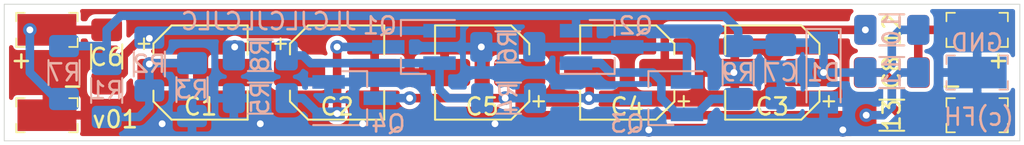
<source format=kicad_pcb>
(kicad_pcb (version 20171130) (host pcbnew "(5.1.12)-1")

  (general
    (thickness 0.8)
    (drawings 7)
    (tracks 119)
    (zones 0)
    (modules 31)
    (nets 16)
  )

  (page A4)
  (layers
    (0 F.Cu signal)
    (31 B.Cu signal hide)
    (32 B.Adhes user hide)
    (33 F.Adhes user hide)
    (34 B.Paste user hide)
    (35 F.Paste user hide)
    (36 B.SilkS user hide)
    (37 F.SilkS user)
    (38 B.Mask user hide)
    (39 F.Mask user hide)
    (40 Dwgs.User user hide)
    (41 Cmts.User user hide)
    (42 Eco1.User user hide)
    (43 Eco2.User user hide)
    (44 Edge.Cuts user)
    (45 Margin user hide)
    (46 B.CrtYd user)
    (47 F.CrtYd user)
    (48 B.Fab user hide)
    (49 F.Fab user hide)
  )

  (setup
    (last_trace_width 0.25)
    (user_trace_width 0.5)
    (trace_clearance 0.2)
    (zone_clearance 0.254)
    (zone_45_only no)
    (trace_min 0.2)
    (via_size 0.8)
    (via_drill 0.4)
    (via_min_size 0.4)
    (via_min_drill 0.3)
    (uvia_size 0.3)
    (uvia_drill 0.1)
    (uvias_allowed no)
    (uvia_min_size 0.2)
    (uvia_min_drill 0.1)
    (edge_width 0.05)
    (segment_width 0.2)
    (pcb_text_width 0.3)
    (pcb_text_size 1.5 1.5)
    (mod_edge_width 0.12)
    (mod_text_size 1 1)
    (mod_text_width 0.15)
    (pad_size 1.524 1.524)
    (pad_drill 0.762)
    (pad_to_mask_clearance 0)
    (aux_axis_origin 0 0)
    (grid_origin 104 58)
    (visible_elements 7FFFFFFF)
    (pcbplotparams
      (layerselection 0x010fc_ffffffff)
      (usegerberextensions false)
      (usegerberattributes true)
      (usegerberadvancedattributes true)
      (creategerberjobfile true)
      (excludeedgelayer true)
      (linewidth 0.100000)
      (plotframeref false)
      (viasonmask false)
      (mode 1)
      (useauxorigin false)
      (hpglpennumber 1)
      (hpglpenspeed 20)
      (hpglpendiameter 15.000000)
      (psnegative false)
      (psa4output false)
      (plotreference true)
      (plotvalue true)
      (plotinvisibletext false)
      (padsonsilk false)
      (subtractmaskfromsilk false)
      (outputformat 1)
      (mirror false)
      (drillshape 1)
      (scaleselection 1)
      (outputdirectory ""))
  )

  (net 0 "")
  (net 1 "Net-(C1-Pad1)")
  (net 2 Earth)
  (net 3 "Net-(C2-Pad1)")
  (net 4 "Net-(C4-Pad2)")
  (net 5 "Net-(C4-Pad1)")
  (net 6 "Net-(C5-Pad1)")
  (net 7 +10V)
  (net 8 "Net-(C8-Pad1)")
  (net 9 "Net-(C8-Pad2)")
  (net 10 "Net-(Q1-Pad3)")
  (net 11 "Net-(Q1-Pad2)")
  (net 12 "Net-(Q2-Pad3)")
  (net 13 "Net-(Q2-Pad1)")
  (net 14 "Net-(C6-Pad2)")
  (net 15 "Net-(C6-Pad1)")

  (net_class Default "This is the default net class."
    (clearance 0.2)
    (trace_width 0.25)
    (via_dia 0.8)
    (via_drill 0.4)
    (uvia_dia 0.3)
    (uvia_drill 0.1)
    (add_net +10V)
    (add_net Earth)
    (add_net "Net-(C1-Pad1)")
    (add_net "Net-(C2-Pad1)")
    (add_net "Net-(C4-Pad1)")
    (add_net "Net-(C4-Pad2)")
    (add_net "Net-(C5-Pad1)")
    (add_net "Net-(C6-Pad1)")
    (add_net "Net-(C6-Pad2)")
    (add_net "Net-(C8-Pad1)")
    (add_net "Net-(C8-Pad2)")
    (add_net "Net-(Q1-Pad2)")
    (add_net "Net-(Q1-Pad3)")
    (add_net "Net-(Q2-Pad1)")
    (add_net "Net-(Q2-Pad3)")
  )

  (module digikey-footprints:PC_TEST_POINT_SMD (layer F.Cu) (tedit 5D289509) (tstamp 61A03661)
    (at 102.5 101.5)
    (path /6198F954)
    (attr smd)
    (fp_text reference + (at -1.5 1.75) (layer F.SilkS)
      (effects (font (size 1 1) (thickness 0.15)))
    )
    (fp_text value mic+ (at 0 2.02) (layer F.Fab)
      (effects (font (size 1 1) (thickness 0.15)))
    )
    (fp_line (start -1.87 -1.07) (end -1.87 1.07) (layer F.CrtYd) (width 0.05))
    (fp_line (start 1.87 1.07) (end -1.87 1.07) (layer F.CrtYd) (width 0.05))
    (fp_line (start 1.87 -1.07) (end 1.87 1.07) (layer F.CrtYd) (width 0.05))
    (fp_line (start 1.87 -1.07) (end -1.87 -1.07) (layer F.CrtYd) (width 0.05))
    (fp_line (start -1.8 -1) (end -1.3 -1) (layer F.SilkS) (width 0.1))
    (fp_line (start -1.8 -1) (end -1.8 -0.5) (layer F.SilkS) (width 0.1))
    (fp_line (start -1.8 1) (end -1.8 0.5) (layer F.SilkS) (width 0.1))
    (fp_line (start -1.8 1) (end -1.3 1) (layer F.SilkS) (width 0.1))
    (fp_line (start 1.8 1) (end 1.3 1) (layer F.SilkS) (width 0.1))
    (fp_line (start 1.8 1) (end 1.8 0.5) (layer F.SilkS) (width 0.1))
    (fp_line (start 1.8 -1) (end 1.8 -0.5) (layer F.SilkS) (width 0.1))
    (fp_line (start 1.8 -1) (end 1.3 -1) (layer F.SilkS) (width 0.1))
    (fp_line (start -1.625 -0.825) (end 1.625 -0.825) (layer F.Fab) (width 0.1))
    (fp_line (start -1.625 0.825) (end -1.625 -0.825) (layer F.Fab) (width 0.1))
    (fp_line (start 1.625 0.825) (end 1.625 -0.825) (layer F.Fab) (width 0.1))
    (fp_line (start -1.625 0.825) (end 1.625 0.825) (layer F.Fab) (width 0.1))
    (fp_text user %R (at 0 0) (layer F.Fab)
      (effects (font (size 0.5 0.5) (thickness 0.05)))
    )
    (pad 1 smd rect (at 0 0) (size 3.45 1.85) (layers F.Cu F.Paste F.Mask)
      (net 14 "Net-(C6-Pad2)"))
  )

  (module digikey-footprints:PC_TEST_POINT_SMD (layer F.Cu) (tedit 5D289509) (tstamp 61A03677)
    (at 102.5 106.5)
    (path /61990197)
    (attr smd)
    (fp_text reference - (at 1.5 -1.75) (layer F.SilkS)
      (effects (font (size 1 1) (thickness 0.15)))
    )
    (fp_text value mic- (at 0 2.02) (layer F.Fab)
      (effects (font (size 1 1) (thickness 0.15)))
    )
    (fp_line (start -1.625 0.825) (end 1.625 0.825) (layer F.Fab) (width 0.1))
    (fp_line (start 1.625 0.825) (end 1.625 -0.825) (layer F.Fab) (width 0.1))
    (fp_line (start -1.625 0.825) (end -1.625 -0.825) (layer F.Fab) (width 0.1))
    (fp_line (start -1.625 -0.825) (end 1.625 -0.825) (layer F.Fab) (width 0.1))
    (fp_line (start 1.8 -1) (end 1.3 -1) (layer F.SilkS) (width 0.1))
    (fp_line (start 1.8 -1) (end 1.8 -0.5) (layer F.SilkS) (width 0.1))
    (fp_line (start 1.8 1) (end 1.8 0.5) (layer F.SilkS) (width 0.1))
    (fp_line (start 1.8 1) (end 1.3 1) (layer F.SilkS) (width 0.1))
    (fp_line (start -1.8 1) (end -1.3 1) (layer F.SilkS) (width 0.1))
    (fp_line (start -1.8 1) (end -1.8 0.5) (layer F.SilkS) (width 0.1))
    (fp_line (start -1.8 -1) (end -1.8 -0.5) (layer F.SilkS) (width 0.1))
    (fp_line (start -1.8 -1) (end -1.3 -1) (layer F.SilkS) (width 0.1))
    (fp_line (start 1.87 -1.07) (end -1.87 -1.07) (layer F.CrtYd) (width 0.05))
    (fp_line (start 1.87 -1.07) (end 1.87 1.07) (layer F.CrtYd) (width 0.05))
    (fp_line (start 1.87 1.07) (end -1.87 1.07) (layer F.CrtYd) (width 0.05))
    (fp_line (start -1.87 -1.07) (end -1.87 1.07) (layer F.CrtYd) (width 0.05))
    (fp_text user %R (at 0 0) (layer F.Fab)
      (effects (font (size 0.5 0.5) (thickness 0.05)))
    )
    (pad 1 smd rect (at 0 0) (size 3.45 1.85) (layers F.Cu F.Paste F.Mask)
      (net 2 Earth))
  )

  (module digikey-footprints:PC_TEST_POINT_SMD (layer F.Cu) (tedit 5D289509) (tstamp 61A4378B)
    (at 157 101.5)
    (path /61992754)
    (attr smd)
    (fp_text reference + (at 1.25 1.75) (layer F.SilkS)
      (effects (font (size 1 1) (thickness 0.15)))
    )
    (fp_text value XLR2 (at 0 2.02) (layer F.Fab)
      (effects (font (size 1 1) (thickness 0.15)))
    )
    (fp_line (start -1.87 -1.07) (end -1.87 1.07) (layer F.CrtYd) (width 0.05))
    (fp_line (start 1.87 1.07) (end -1.87 1.07) (layer F.CrtYd) (width 0.05))
    (fp_line (start 1.87 -1.07) (end 1.87 1.07) (layer F.CrtYd) (width 0.05))
    (fp_line (start 1.87 -1.07) (end -1.87 -1.07) (layer F.CrtYd) (width 0.05))
    (fp_line (start -1.8 -1) (end -1.3 -1) (layer F.SilkS) (width 0.1))
    (fp_line (start -1.8 -1) (end -1.8 -0.5) (layer F.SilkS) (width 0.1))
    (fp_line (start -1.8 1) (end -1.8 0.5) (layer F.SilkS) (width 0.1))
    (fp_line (start -1.8 1) (end -1.3 1) (layer F.SilkS) (width 0.1))
    (fp_line (start 1.8 1) (end 1.3 1) (layer F.SilkS) (width 0.1))
    (fp_line (start 1.8 1) (end 1.8 0.5) (layer F.SilkS) (width 0.1))
    (fp_line (start 1.8 -1) (end 1.8 -0.5) (layer F.SilkS) (width 0.1))
    (fp_line (start 1.8 -1) (end 1.3 -1) (layer F.SilkS) (width 0.1))
    (fp_line (start -1.625 -0.825) (end 1.625 -0.825) (layer F.Fab) (width 0.1))
    (fp_line (start -1.625 0.825) (end -1.625 -0.825) (layer F.Fab) (width 0.1))
    (fp_line (start 1.625 0.825) (end 1.625 -0.825) (layer F.Fab) (width 0.1))
    (fp_line (start -1.625 0.825) (end 1.625 0.825) (layer F.Fab) (width 0.1))
    (fp_text user %R (at 0 0) (layer F.Fab)
      (effects (font (size 0.5 0.5) (thickness 0.05)))
    )
    (pad 1 smd rect (at 0 0) (size 3.45 1.85) (layers F.Cu F.Paste F.Mask)
      (net 9 "Net-(C8-Pad2)"))
  )

  (module digikey-footprints:PC_TEST_POINT_SMD (layer B.Cu) (tedit 5D289509) (tstamp 61A036A3)
    (at 157 104)
    (path /619951EF)
    (attr smd)
    (fp_text reference GND (at 0 -1.75) (layer B.SilkS)
      (effects (font (size 1 1) (thickness 0.15)) (justify mirror))
    )
    (fp_text value XLR1 (at 0 -2.02) (layer B.Fab)
      (effects (font (size 1 1) (thickness 0.15)) (justify mirror))
    )
    (fp_line (start -1.87 1.07) (end -1.87 -1.07) (layer B.CrtYd) (width 0.05))
    (fp_line (start 1.87 -1.07) (end -1.87 -1.07) (layer B.CrtYd) (width 0.05))
    (fp_line (start 1.87 1.07) (end 1.87 -1.07) (layer B.CrtYd) (width 0.05))
    (fp_line (start 1.87 1.07) (end -1.87 1.07) (layer B.CrtYd) (width 0.05))
    (fp_line (start -1.8 1) (end -1.3 1) (layer B.SilkS) (width 0.1))
    (fp_line (start -1.8 1) (end -1.8 0.5) (layer B.SilkS) (width 0.1))
    (fp_line (start -1.8 -1) (end -1.8 -0.5) (layer B.SilkS) (width 0.1))
    (fp_line (start -1.8 -1) (end -1.3 -1) (layer B.SilkS) (width 0.1))
    (fp_line (start 1.8 -1) (end 1.3 -1) (layer B.SilkS) (width 0.1))
    (fp_line (start 1.8 -1) (end 1.8 -0.5) (layer B.SilkS) (width 0.1))
    (fp_line (start 1.8 1) (end 1.8 0.5) (layer B.SilkS) (width 0.1))
    (fp_line (start 1.8 1) (end 1.3 1) (layer B.SilkS) (width 0.1))
    (fp_line (start -1.625 0.825) (end 1.625 0.825) (layer B.Fab) (width 0.1))
    (fp_line (start -1.625 -0.825) (end -1.625 0.825) (layer B.Fab) (width 0.1))
    (fp_line (start 1.625 -0.825) (end 1.625 0.825) (layer B.Fab) (width 0.1))
    (fp_line (start -1.625 -0.825) (end 1.625 -0.825) (layer B.Fab) (width 0.1))
    (fp_text user %R (at 0 0) (layer B.Fab)
      (effects (font (size 0.5 0.5) (thickness 0.05)) (justify mirror))
    )
    (pad 1 smd rect (at 0 0) (size 3.45 1.85) (layers B.Cu B.Paste B.Mask)
      (net 2 Earth))
  )

  (module digikey-footprints:PC_TEST_POINT_SMD (layer F.Cu) (tedit 5D289509) (tstamp 61A036B9)
    (at 157 106.5)
    (path /6199337F)
    (attr smd)
    (fp_text reference - (at -1.5 -1.75) (layer F.SilkS)
      (effects (font (size 1 1) (thickness 0.15)))
    )
    (fp_text value XLR3 (at 0 2.02) (layer F.Fab)
      (effects (font (size 1 1) (thickness 0.15)))
    )
    (fp_line (start -1.625 0.825) (end 1.625 0.825) (layer F.Fab) (width 0.1))
    (fp_line (start 1.625 0.825) (end 1.625 -0.825) (layer F.Fab) (width 0.1))
    (fp_line (start -1.625 0.825) (end -1.625 -0.825) (layer F.Fab) (width 0.1))
    (fp_line (start -1.625 -0.825) (end 1.625 -0.825) (layer F.Fab) (width 0.1))
    (fp_line (start 1.8 -1) (end 1.3 -1) (layer F.SilkS) (width 0.1))
    (fp_line (start 1.8 -1) (end 1.8 -0.5) (layer F.SilkS) (width 0.1))
    (fp_line (start 1.8 1) (end 1.8 0.5) (layer F.SilkS) (width 0.1))
    (fp_line (start 1.8 1) (end 1.3 1) (layer F.SilkS) (width 0.1))
    (fp_line (start -1.8 1) (end -1.3 1) (layer F.SilkS) (width 0.1))
    (fp_line (start -1.8 1) (end -1.8 0.5) (layer F.SilkS) (width 0.1))
    (fp_line (start -1.8 -1) (end -1.8 -0.5) (layer F.SilkS) (width 0.1))
    (fp_line (start -1.8 -1) (end -1.3 -1) (layer F.SilkS) (width 0.1))
    (fp_line (start 1.87 -1.07) (end -1.87 -1.07) (layer F.CrtYd) (width 0.05))
    (fp_line (start 1.87 -1.07) (end 1.87 1.07) (layer F.CrtYd) (width 0.05))
    (fp_line (start 1.87 1.07) (end -1.87 1.07) (layer F.CrtYd) (width 0.05))
    (fp_line (start -1.87 -1.07) (end -1.87 1.07) (layer F.CrtYd) (width 0.05))
    (fp_text user %R (at 0 0) (layer F.Fab)
      (effects (font (size 0.5 0.5) (thickness 0.05)))
    )
    (pad 1 smd rect (at 0 0) (size 3.45 1.85) (layers F.Cu F.Paste F.Mask)
      (net 8 "Net-(C8-Pad1)"))
  )

  (module Resistor_SMD:R_1206_3216Metric_Pad1.30x1.75mm_HandSolder (layer B.Cu) (tedit 61A0D1CD) (tstamp 61A42F8B)
    (at 106 105.05 270)
    (descr "Resistor SMD 1206 (3216 Metric), square (rectangular) end terminal, IPC_7351 nominal with elongated pad for handsoldering. (Body size source: IPC-SM-782 page 72, https://www.pcb-3d.com/wordpress/wp-content/uploads/ipc-sm-782a_amendment_1_and_2.pdf), generated with kicad-footprint-generator")
    (tags "resistor handsolder")
    (path /61971EA5)
    (attr smd)
    (fp_text reference R1 (at 0 0 180) (layer B.SilkS)
      (effects (font (size 1 1) (thickness 0.15)) (justify mirror))
    )
    (fp_text value 100k (at 0 -1.82 90) (layer B.Fab)
      (effects (font (size 1 1) (thickness 0.15)) (justify mirror))
    )
    (fp_line (start -1.6 -0.8) (end -1.6 0.8) (layer B.Fab) (width 0.1))
    (fp_line (start -1.6 0.8) (end 1.6 0.8) (layer B.Fab) (width 0.1))
    (fp_line (start 1.6 0.8) (end 1.6 -0.8) (layer B.Fab) (width 0.1))
    (fp_line (start 1.6 -0.8) (end -1.6 -0.8) (layer B.Fab) (width 0.1))
    (fp_line (start -0.727064 0.91) (end 0.727064 0.91) (layer B.SilkS) (width 0.12))
    (fp_line (start -0.727064 -0.91) (end 0.727064 -0.91) (layer B.SilkS) (width 0.12))
    (fp_line (start -2.45 -1.12) (end -2.45 1.12) (layer B.CrtYd) (width 0.05))
    (fp_line (start -2.45 1.12) (end 2.45 1.12) (layer B.CrtYd) (width 0.05))
    (fp_line (start 2.45 1.12) (end 2.45 -1.12) (layer B.CrtYd) (width 0.05))
    (fp_line (start 2.45 -1.12) (end -2.45 -1.12) (layer B.CrtYd) (width 0.05))
    (fp_text user %R (at 0 0 90) (layer B.Fab)
      (effects (font (size 0.8 0.8) (thickness 0.12)) (justify mirror))
    )
    (pad 1 smd roundrect (at -1.55 0 270) (size 1.3 1.75) (layers B.Cu B.Paste B.Mask) (roundrect_rratio 0.192308)
      (net 7 +10V))
    (pad 2 smd roundrect (at 1.55 0 270) (size 1.3 1.75) (layers B.Cu B.Paste B.Mask) (roundrect_rratio 0.192308)
      (net 1 "Net-(C1-Pad1)"))
    (model ${KISYS3DMOD}/Resistor_SMD.3dshapes/R_1206_3216Metric.wrl
      (at (xyz 0 0 0))
      (scale (xyz 1 1 1))
      (rotate (xyz 0 0 0))
    )
  )

  (module Resistor_SMD:R_1206_3216Metric_Pad1.30x1.75mm_HandSolder (layer B.Cu) (tedit 61A0D1CD) (tstamp 61A4285F)
    (at 108.5 103.5 270)
    (descr "Resistor SMD 1206 (3216 Metric), square (rectangular) end terminal, IPC_7351 nominal with elongated pad for handsoldering. (Body size source: IPC-SM-782 page 72, https://www.pcb-3d.com/wordpress/wp-content/uploads/ipc-sm-782a_amendment_1_and_2.pdf), generated with kicad-footprint-generator")
    (tags "resistor handsolder")
    (path /61972493)
    (attr smd)
    (fp_text reference R2 (at 0 0 180) (layer B.SilkS)
      (effects (font (size 1 1) (thickness 0.15)) (justify mirror))
    )
    (fp_text value 100k (at 0 -1.82 90) (layer B.Fab)
      (effects (font (size 1 1) (thickness 0.15)) (justify mirror))
    )
    (fp_line (start 2.45 -1.12) (end -2.45 -1.12) (layer B.CrtYd) (width 0.05))
    (fp_line (start 2.45 1.12) (end 2.45 -1.12) (layer B.CrtYd) (width 0.05))
    (fp_line (start -2.45 1.12) (end 2.45 1.12) (layer B.CrtYd) (width 0.05))
    (fp_line (start -2.45 -1.12) (end -2.45 1.12) (layer B.CrtYd) (width 0.05))
    (fp_line (start -0.727064 -0.91) (end 0.727064 -0.91) (layer B.SilkS) (width 0.12))
    (fp_line (start -0.727064 0.91) (end 0.727064 0.91) (layer B.SilkS) (width 0.12))
    (fp_line (start 1.6 -0.8) (end -1.6 -0.8) (layer B.Fab) (width 0.1))
    (fp_line (start 1.6 0.8) (end 1.6 -0.8) (layer B.Fab) (width 0.1))
    (fp_line (start -1.6 0.8) (end 1.6 0.8) (layer B.Fab) (width 0.1))
    (fp_line (start -1.6 -0.8) (end -1.6 0.8) (layer B.Fab) (width 0.1))
    (fp_text user %R (at 0 0 90) (layer B.Fab)
      (effects (font (size 0.8 0.8) (thickness 0.12)) (justify mirror))
    )
    (pad 2 smd roundrect (at 1.55 0 270) (size 1.3 1.75) (layers B.Cu B.Paste B.Mask) (roundrect_rratio 0.192308)
      (net 1 "Net-(C1-Pad1)"))
    (pad 1 smd roundrect (at -1.55 0 270) (size 1.3 1.75) (layers B.Cu B.Paste B.Mask) (roundrect_rratio 0.192308)
      (net 15 "Net-(C6-Pad1)"))
    (model ${KISYS3DMOD}/Resistor_SMD.3dshapes/R_1206_3216Metric.wrl
      (at (xyz 0 0 0))
      (scale (xyz 1 1 1))
      (rotate (xyz 0 0 0))
    )
  )

  (module Resistor_SMD:R_1206_3216Metric_Pad1.30x1.75mm_HandSolder (layer B.Cu) (tedit 61A0D1CD) (tstamp 61A414A0)
    (at 111 105 270)
    (descr "Resistor SMD 1206 (3216 Metric), square (rectangular) end terminal, IPC_7351 nominal with elongated pad for handsoldering. (Body size source: IPC-SM-782 page 72, https://www.pcb-3d.com/wordpress/wp-content/uploads/ipc-sm-782a_amendment_1_and_2.pdf), generated with kicad-footprint-generator")
    (tags "resistor handsolder")
    (path /6197481D)
    (attr smd)
    (fp_text reference R3 (at 0 0 180) (layer B.SilkS)
      (effects (font (size 1 1) (thickness 0.15)) (justify mirror))
    )
    (fp_text value 33k (at 0 -1.82 90) (layer B.Fab)
      (effects (font (size 1 1) (thickness 0.15)) (justify mirror))
    )
    (fp_line (start -1.6 -0.8) (end -1.6 0.8) (layer B.Fab) (width 0.1))
    (fp_line (start -1.6 0.8) (end 1.6 0.8) (layer B.Fab) (width 0.1))
    (fp_line (start 1.6 0.8) (end 1.6 -0.8) (layer B.Fab) (width 0.1))
    (fp_line (start 1.6 -0.8) (end -1.6 -0.8) (layer B.Fab) (width 0.1))
    (fp_line (start -0.727064 0.91) (end 0.727064 0.91) (layer B.SilkS) (width 0.12))
    (fp_line (start -0.727064 -0.91) (end 0.727064 -0.91) (layer B.SilkS) (width 0.12))
    (fp_line (start -2.45 -1.12) (end -2.45 1.12) (layer B.CrtYd) (width 0.05))
    (fp_line (start -2.45 1.12) (end 2.45 1.12) (layer B.CrtYd) (width 0.05))
    (fp_line (start 2.45 1.12) (end 2.45 -1.12) (layer B.CrtYd) (width 0.05))
    (fp_line (start 2.45 -1.12) (end -2.45 -1.12) (layer B.CrtYd) (width 0.05))
    (fp_text user %R (at 0 0 90) (layer B.Fab)
      (effects (font (size 0.8 0.8) (thickness 0.12)) (justify mirror))
    )
    (pad 1 smd roundrect (at -1.55 0 270) (size 1.3 1.75) (layers B.Cu B.Paste B.Mask) (roundrect_rratio 0.192308)
      (net 1 "Net-(C1-Pad1)"))
    (pad 2 smd roundrect (at 1.55 0 270) (size 1.3 1.75) (layers B.Cu B.Paste B.Mask) (roundrect_rratio 0.192308)
      (net 2 Earth))
    (model ${KISYS3DMOD}/Resistor_SMD.3dshapes/R_1206_3216Metric.wrl
      (at (xyz 0 0 0))
      (scale (xyz 1 1 1))
      (rotate (xyz 0 0 0))
    )
  )

  (module Capacitor_SMD:C_1206_3216Metric_Pad1.33x1.80mm_HandSolder (layer F.Cu) (tedit 5F68FEEF) (tstamp 61A42F4A)
    (at 106 103.0625 90)
    (descr "Capacitor SMD 1206 (3216 Metric), square (rectangular) end terminal, IPC_7351 nominal with elongated pad for handsoldering. (Body size source: IPC-SM-782 page 76, https://www.pcb-3d.com/wordpress/wp-content/uploads/ipc-sm-782a_amendment_1_and_2.pdf), generated with kicad-footprint-generator")
    (tags "capacitor handsolder")
    (path /61969089)
    (attr smd)
    (fp_text reference C6 (at -0.0375 0) (layer F.SilkS)
      (effects (font (size 1 1) (thickness 0.15)))
    )
    (fp_text value 1u (at 0 1.85 270) (layer F.Fab)
      (effects (font (size 1 1) (thickness 0.15)))
    )
    (fp_line (start 2.48 1.15) (end -2.48 1.15) (layer F.CrtYd) (width 0.05))
    (fp_line (start 2.48 -1.15) (end 2.48 1.15) (layer F.CrtYd) (width 0.05))
    (fp_line (start -2.48 -1.15) (end 2.48 -1.15) (layer F.CrtYd) (width 0.05))
    (fp_line (start -2.48 1.15) (end -2.48 -1.15) (layer F.CrtYd) (width 0.05))
    (fp_line (start -0.711252 0.91) (end 0.711252 0.91) (layer F.SilkS) (width 0.12))
    (fp_line (start -0.711252 -0.91) (end 0.711252 -0.91) (layer F.SilkS) (width 0.12))
    (fp_line (start 1.6 0.8) (end -1.6 0.8) (layer F.Fab) (width 0.1))
    (fp_line (start 1.6 -0.8) (end 1.6 0.8) (layer F.Fab) (width 0.1))
    (fp_line (start -1.6 -0.8) (end 1.6 -0.8) (layer F.Fab) (width 0.1))
    (fp_line (start -1.6 0.8) (end -1.6 -0.8) (layer F.Fab) (width 0.1))
    (fp_text user %R (at 0 0 270) (layer F.Fab)
      (effects (font (size 0.8 0.8) (thickness 0.12)))
    )
    (pad 1 smd roundrect (at -1.5625 0 90) (size 1.325 1.8) (layers F.Cu F.Paste F.Mask) (roundrect_rratio 0.188679)
      (net 15 "Net-(C6-Pad1)"))
    (pad 2 smd roundrect (at 1.5625 0 90) (size 1.325 1.8) (layers F.Cu F.Paste F.Mask) (roundrect_rratio 0.188679)
      (net 14 "Net-(C6-Pad2)"))
    (model ${KISYS3DMOD}/Capacitor_SMD.3dshapes/C_1206_3216Metric.wrl
      (at (xyz 0 0 0))
      (scale (xyz 1 1 1))
      (rotate (xyz 0 0 0))
    )
  )

  (module Capacitor_SMD:C_1206_3216Metric_Pad1.33x1.80mm_HandSolder (layer B.Cu) (tedit 5F68FEEF) (tstamp 61A3F79C)
    (at 145.5 103.9375 90)
    (descr "Capacitor SMD 1206 (3216 Metric), square (rectangular) end terminal, IPC_7351 nominal with elongated pad for handsoldering. (Body size source: IPC-SM-782 page 76, https://www.pcb-3d.com/wordpress/wp-content/uploads/ipc-sm-782a_amendment_1_and_2.pdf), generated with kicad-footprint-generator")
    (tags "capacitor handsolder")
    (path /6198A132)
    (attr smd)
    (fp_text reference C7 (at -0.0625 0 180) (layer B.SilkS)
      (effects (font (size 1 1) (thickness 0.15)) (justify mirror))
    )
    (fp_text value 100n (at 0 -1.85 90) (layer B.Fab)
      (effects (font (size 1 1) (thickness 0.15)) (justify mirror))
    )
    (fp_line (start 2.48 -1.15) (end -2.48 -1.15) (layer B.CrtYd) (width 0.05))
    (fp_line (start 2.48 1.15) (end 2.48 -1.15) (layer B.CrtYd) (width 0.05))
    (fp_line (start -2.48 1.15) (end 2.48 1.15) (layer B.CrtYd) (width 0.05))
    (fp_line (start -2.48 -1.15) (end -2.48 1.15) (layer B.CrtYd) (width 0.05))
    (fp_line (start -0.711252 -0.91) (end 0.711252 -0.91) (layer B.SilkS) (width 0.12))
    (fp_line (start -0.711252 0.91) (end 0.711252 0.91) (layer B.SilkS) (width 0.12))
    (fp_line (start 1.6 -0.8) (end -1.6 -0.8) (layer B.Fab) (width 0.1))
    (fp_line (start 1.6 0.8) (end 1.6 -0.8) (layer B.Fab) (width 0.1))
    (fp_line (start -1.6 0.8) (end 1.6 0.8) (layer B.Fab) (width 0.1))
    (fp_line (start -1.6 -0.8) (end -1.6 0.8) (layer B.Fab) (width 0.1))
    (fp_text user %R (at 0 0 90) (layer B.Fab)
      (effects (font (size 0.8 0.8) (thickness 0.12)) (justify mirror))
    )
    (pad 1 smd roundrect (at -1.5625 0 90) (size 1.325 1.8) (layers B.Cu B.Paste B.Mask) (roundrect_rratio 0.188679)
      (net 2 Earth))
    (pad 2 smd roundrect (at 1.5625 0 90) (size 1.325 1.8) (layers B.Cu B.Paste B.Mask) (roundrect_rratio 0.188679)
      (net 7 +10V))
    (model ${KISYS3DMOD}/Capacitor_SMD.3dshapes/C_1206_3216Metric.wrl
      (at (xyz 0 0 0))
      (scale (xyz 1 1 1))
      (rotate (xyz 0 0 0))
    )
  )

  (module Capacitor_SMD:C_1206_3216Metric_Pad1.33x1.80mm_HandSolder (layer F.Cu) (tedit 5F68FEEF) (tstamp 61A3D9E0)
    (at 152 104)
    (descr "Capacitor SMD 1206 (3216 Metric), square (rectangular) end terminal, IPC_7351 nominal with elongated pad for handsoldering. (Body size source: IPC-SM-782 page 76, https://www.pcb-3d.com/wordpress/wp-content/uploads/ipc-sm-782a_amendment_1_and_2.pdf), generated with kicad-footprint-generator")
    (tags "capacitor handsolder")
    (path /6199FE2D)
    (attr smd)
    (fp_text reference C8 (at 0 0 90) (layer F.SilkS)
      (effects (font (size 1 1) (thickness 0.15)))
    )
    (fp_text value 1n (at 0 1.85) (layer F.Fab)
      (effects (font (size 1 1) (thickness 0.15)))
    )
    (fp_line (start -1.6 0.8) (end -1.6 -0.8) (layer F.Fab) (width 0.1))
    (fp_line (start -1.6 -0.8) (end 1.6 -0.8) (layer F.Fab) (width 0.1))
    (fp_line (start 1.6 -0.8) (end 1.6 0.8) (layer F.Fab) (width 0.1))
    (fp_line (start 1.6 0.8) (end -1.6 0.8) (layer F.Fab) (width 0.1))
    (fp_line (start -0.711252 -0.91) (end 0.711252 -0.91) (layer F.SilkS) (width 0.12))
    (fp_line (start -0.711252 0.91) (end 0.711252 0.91) (layer F.SilkS) (width 0.12))
    (fp_line (start -2.48 1.15) (end -2.48 -1.15) (layer F.CrtYd) (width 0.05))
    (fp_line (start -2.48 -1.15) (end 2.48 -1.15) (layer F.CrtYd) (width 0.05))
    (fp_line (start 2.48 -1.15) (end 2.48 1.15) (layer F.CrtYd) (width 0.05))
    (fp_line (start 2.48 1.15) (end -2.48 1.15) (layer F.CrtYd) (width 0.05))
    (fp_text user %R (at 0 0) (layer F.Fab)
      (effects (font (size 0.8 0.8) (thickness 0.12)))
    )
    (pad 2 smd roundrect (at 1.5625 0) (size 1.325 1.8) (layers F.Cu F.Paste F.Mask) (roundrect_rratio 0.188679)
      (net 9 "Net-(C8-Pad2)"))
    (pad 1 smd roundrect (at -1.5625 0) (size 1.325 1.8) (layers F.Cu F.Paste F.Mask) (roundrect_rratio 0.188679)
      (net 8 "Net-(C8-Pad1)"))
    (model ${KISYS3DMOD}/Capacitor_SMD.3dshapes/C_1206_3216Metric.wrl
      (at (xyz 0 0 0))
      (scale (xyz 1 1 1))
      (rotate (xyz 0 0 0))
    )
  )

  (module Package_TO_SOT_SMD:SOT-23_Handsoldering (layer B.Cu) (tedit 5A0AB76C) (tstamp 61A428D0)
    (at 124 102.5 180)
    (descr "SOT-23, Handsoldering")
    (tags SOT-23)
    (path /61967DCC)
    (attr smd)
    (fp_text reference Q1 (at 2 1.25) (layer B.SilkS)
      (effects (font (size 1 1) (thickness 0.15)) (justify mirror))
    )
    (fp_text value BC859C (at 0 -2.5) (layer B.Fab)
      (effects (font (size 1 1) (thickness 0.15)) (justify mirror))
    )
    (fp_line (start 0.76 -1.58) (end 0.76 -0.65) (layer B.SilkS) (width 0.12))
    (fp_line (start 0.76 1.58) (end 0.76 0.65) (layer B.SilkS) (width 0.12))
    (fp_line (start -2.7 1.75) (end 2.7 1.75) (layer B.CrtYd) (width 0.05))
    (fp_line (start 2.7 1.75) (end 2.7 -1.75) (layer B.CrtYd) (width 0.05))
    (fp_line (start 2.7 -1.75) (end -2.7 -1.75) (layer B.CrtYd) (width 0.05))
    (fp_line (start -2.7 -1.75) (end -2.7 1.75) (layer B.CrtYd) (width 0.05))
    (fp_line (start 0.76 1.58) (end -2.4 1.58) (layer B.SilkS) (width 0.12))
    (fp_line (start -0.7 0.95) (end -0.7 -1.5) (layer B.Fab) (width 0.1))
    (fp_line (start -0.15 1.52) (end 0.7 1.52) (layer B.Fab) (width 0.1))
    (fp_line (start -0.7 0.95) (end -0.15 1.52) (layer B.Fab) (width 0.1))
    (fp_line (start 0.7 1.52) (end 0.7 -1.52) (layer B.Fab) (width 0.1))
    (fp_line (start -0.7 -1.52) (end 0.7 -1.52) (layer B.Fab) (width 0.1))
    (fp_line (start 0.76 -1.58) (end -0.7 -1.58) (layer B.SilkS) (width 0.12))
    (fp_text user %R (at 0 0 270) (layer B.Fab)
      (effects (font (size 0.5 0.5) (thickness 0.075)) (justify mirror))
    )
    (pad 3 smd rect (at 1.5 0 180) (size 1.9 0.8) (layers B.Cu B.Paste B.Mask)
      (net 10 "Net-(Q1-Pad3)"))
    (pad 2 smd rect (at -1.5 -0.95 180) (size 1.9 0.8) (layers B.Cu B.Paste B.Mask)
      (net 11 "Net-(Q1-Pad2)"))
    (pad 1 smd rect (at -1.5 0.95 180) (size 1.9 0.8) (layers B.Cu B.Paste B.Mask)
      (net 15 "Net-(C6-Pad1)"))
    (model ${KISYS3DMOD}/Package_TO_SOT_SMD.3dshapes/SOT-23.wrl
      (at (xyz 0 0 0))
      (scale (xyz 1 1 1))
      (rotate (xyz 0 0 0))
    )
  )

  (module Package_TO_SOT_SMD:SOT-23_Handsoldering (layer B.Cu) (tedit 5A0AB76C) (tstamp 61A3DA1C)
    (at 135 102.5)
    (descr "SOT-23, Handsoldering")
    (tags SOT-23)
    (path /6198095D)
    (attr smd)
    (fp_text reference Q2 (at 2 -1.25) (layer B.SilkS)
      (effects (font (size 1 1) (thickness 0.15)) (justify mirror))
    )
    (fp_text value BC859C (at 0 -2.5) (layer B.Fab)
      (effects (font (size 1 1) (thickness 0.15)) (justify mirror))
    )
    (fp_line (start 0.76 -1.58) (end -0.7 -1.58) (layer B.SilkS) (width 0.12))
    (fp_line (start -0.7 -1.52) (end 0.7 -1.52) (layer B.Fab) (width 0.1))
    (fp_line (start 0.7 1.52) (end 0.7 -1.52) (layer B.Fab) (width 0.1))
    (fp_line (start -0.7 0.95) (end -0.15 1.52) (layer B.Fab) (width 0.1))
    (fp_line (start -0.15 1.52) (end 0.7 1.52) (layer B.Fab) (width 0.1))
    (fp_line (start -0.7 0.95) (end -0.7 -1.5) (layer B.Fab) (width 0.1))
    (fp_line (start 0.76 1.58) (end -2.4 1.58) (layer B.SilkS) (width 0.12))
    (fp_line (start -2.7 -1.75) (end -2.7 1.75) (layer B.CrtYd) (width 0.05))
    (fp_line (start 2.7 -1.75) (end -2.7 -1.75) (layer B.CrtYd) (width 0.05))
    (fp_line (start 2.7 1.75) (end 2.7 -1.75) (layer B.CrtYd) (width 0.05))
    (fp_line (start -2.7 1.75) (end 2.7 1.75) (layer B.CrtYd) (width 0.05))
    (fp_line (start 0.76 1.58) (end 0.76 0.65) (layer B.SilkS) (width 0.12))
    (fp_line (start 0.76 -1.58) (end 0.76 -0.65) (layer B.SilkS) (width 0.12))
    (fp_text user %R (at 0 0 270) (layer B.Fab)
      (effects (font (size 0.5 0.5) (thickness 0.075)) (justify mirror))
    )
    (pad 1 smd rect (at -1.5 0.95) (size 1.9 0.8) (layers B.Cu B.Paste B.Mask)
      (net 13 "Net-(Q2-Pad1)"))
    (pad 2 smd rect (at -1.5 -0.95) (size 1.9 0.8) (layers B.Cu B.Paste B.Mask)
      (net 7 +10V))
    (pad 3 smd rect (at 1.5 0) (size 1.9 0.8) (layers B.Cu B.Paste B.Mask)
      (net 12 "Net-(Q2-Pad3)"))
    (model ${KISYS3DMOD}/Package_TO_SOT_SMD.3dshapes/SOT-23.wrl
      (at (xyz 0 0 0))
      (scale (xyz 1 1 1))
      (rotate (xyz 0 0 0))
    )
  )

  (module Package_TO_SOT_SMD:SOT-23_Handsoldering (layer B.Cu) (tedit 5A0AB76C) (tstamp 61A3DA30)
    (at 138.5 105.5 180)
    (descr "SOT-23, Handsoldering")
    (tags SOT-23)
    (path /6197E626)
    (attr smd)
    (fp_text reference Q3 (at 2 -1.5) (layer B.SilkS)
      (effects (font (size 1 1) (thickness 0.15)) (justify mirror))
    )
    (fp_text value BC859C (at 0 -2.5) (layer B.Fab)
      (effects (font (size 1 1) (thickness 0.15)) (justify mirror))
    )
    (fp_line (start 0.76 -1.58) (end -0.7 -1.58) (layer B.SilkS) (width 0.12))
    (fp_line (start -0.7 -1.52) (end 0.7 -1.52) (layer B.Fab) (width 0.1))
    (fp_line (start 0.7 1.52) (end 0.7 -1.52) (layer B.Fab) (width 0.1))
    (fp_line (start -0.7 0.95) (end -0.15 1.52) (layer B.Fab) (width 0.1))
    (fp_line (start -0.15 1.52) (end 0.7 1.52) (layer B.Fab) (width 0.1))
    (fp_line (start -0.7 0.95) (end -0.7 -1.5) (layer B.Fab) (width 0.1))
    (fp_line (start 0.76 1.58) (end -2.4 1.58) (layer B.SilkS) (width 0.12))
    (fp_line (start -2.7 -1.75) (end -2.7 1.75) (layer B.CrtYd) (width 0.05))
    (fp_line (start 2.7 -1.75) (end -2.7 -1.75) (layer B.CrtYd) (width 0.05))
    (fp_line (start 2.7 1.75) (end 2.7 -1.75) (layer B.CrtYd) (width 0.05))
    (fp_line (start -2.7 1.75) (end 2.7 1.75) (layer B.CrtYd) (width 0.05))
    (fp_line (start 0.76 1.58) (end 0.76 0.65) (layer B.SilkS) (width 0.12))
    (fp_line (start 0.76 -1.58) (end 0.76 -0.65) (layer B.SilkS) (width 0.12))
    (fp_text user %R (at 0 0 270) (layer B.Fab)
      (effects (font (size 0.5 0.5) (thickness 0.075)) (justify mirror))
    )
    (pad 1 smd rect (at -1.5 0.95 180) (size 1.9 0.8) (layers B.Cu B.Paste B.Mask)
      (net 12 "Net-(Q2-Pad3)"))
    (pad 2 smd rect (at -1.5 -0.95 180) (size 1.9 0.8) (layers B.Cu B.Paste B.Mask)
      (net 13 "Net-(Q2-Pad1)"))
    (pad 3 smd rect (at 1.5 0 180) (size 1.9 0.8) (layers B.Cu B.Paste B.Mask)
      (net 4 "Net-(C4-Pad2)"))
    (model ${KISYS3DMOD}/Package_TO_SOT_SMD.3dshapes/SOT-23.wrl
      (at (xyz 0 0 0))
      (scale (xyz 1 1 1))
      (rotate (xyz 0 0 0))
    )
  )

  (module Package_TO_SOT_SMD:SOT-23_Handsoldering (layer B.Cu) (tedit 5A0AB76C) (tstamp 61A3DA44)
    (at 120.5 105.5)
    (descr "SOT-23, Handsoldering")
    (tags SOT-23)
    (path /619678EF)
    (attr smd)
    (fp_text reference Q4 (at 2 1.5) (layer B.SilkS)
      (effects (font (size 1 1) (thickness 0.15)) (justify mirror))
    )
    (fp_text value BC849C (at 0 -2.5) (layer B.Fab)
      (effects (font (size 1 1) (thickness 0.15)) (justify mirror))
    )
    (fp_line (start 0.76 -1.58) (end 0.76 -0.65) (layer B.SilkS) (width 0.12))
    (fp_line (start 0.76 1.58) (end 0.76 0.65) (layer B.SilkS) (width 0.12))
    (fp_line (start -2.7 1.75) (end 2.7 1.75) (layer B.CrtYd) (width 0.05))
    (fp_line (start 2.7 1.75) (end 2.7 -1.75) (layer B.CrtYd) (width 0.05))
    (fp_line (start 2.7 -1.75) (end -2.7 -1.75) (layer B.CrtYd) (width 0.05))
    (fp_line (start -2.7 -1.75) (end -2.7 1.75) (layer B.CrtYd) (width 0.05))
    (fp_line (start 0.76 1.58) (end -2.4 1.58) (layer B.SilkS) (width 0.12))
    (fp_line (start -0.7 0.95) (end -0.7 -1.5) (layer B.Fab) (width 0.1))
    (fp_line (start -0.15 1.52) (end 0.7 1.52) (layer B.Fab) (width 0.1))
    (fp_line (start -0.7 0.95) (end -0.15 1.52) (layer B.Fab) (width 0.1))
    (fp_line (start 0.7 1.52) (end 0.7 -1.52) (layer B.Fab) (width 0.1))
    (fp_line (start -0.7 -1.52) (end 0.7 -1.52) (layer B.Fab) (width 0.1))
    (fp_line (start 0.76 -1.58) (end -0.7 -1.58) (layer B.SilkS) (width 0.12))
    (fp_text user %R (at 0 0 -90) (layer B.Fab)
      (effects (font (size 0.5 0.5) (thickness 0.075)) (justify mirror))
    )
    (pad 3 smd rect (at 1.5 0) (size 1.9 0.8) (layers B.Cu B.Paste B.Mask)
      (net 4 "Net-(C4-Pad2)"))
    (pad 2 smd rect (at -1.5 -0.95) (size 1.9 0.8) (layers B.Cu B.Paste B.Mask)
      (net 2 Earth))
    (pad 1 smd rect (at -1.5 0.95) (size 1.9 0.8) (layers B.Cu B.Paste B.Mask)
      (net 10 "Net-(Q1-Pad3)"))
    (model ${KISYS3DMOD}/Package_TO_SOT_SMD.3dshapes/SOT-23.wrl
      (at (xyz 0 0 0))
      (scale (xyz 1 1 1))
      (rotate (xyz 0 0 0))
    )
  )

  (module Resistor_SMD:R_1206_3216Metric_Pad1.30x1.75mm_HandSolder (layer B.Cu) (tedit 61A0D1CD) (tstamp 61A3DA58)
    (at 129.55 105.5 180)
    (descr "Resistor SMD 1206 (3216 Metric), square (rectangular) end terminal, IPC_7351 nominal with elongated pad for handsoldering. (Body size source: IPC-SM-782 page 72, https://www.pcb-3d.com/wordpress/wp-content/uploads/ipc-sm-782a_amendment_1_and_2.pdf), generated with kicad-footprint-generator")
    (tags "resistor handsolder")
    (path /61978C66)
    (attr smd)
    (fp_text reference R4 (at 0 0 90) (layer B.SilkS)
      (effects (font (size 1 1) (thickness 0.15)) (justify mirror))
    )
    (fp_text value 33k (at 0 -1.82) (layer B.Fab)
      (effects (font (size 1 1) (thickness 0.15)) (justify mirror))
    )
    (fp_line (start -1.6 -0.8) (end -1.6 0.8) (layer B.Fab) (width 0.1))
    (fp_line (start -1.6 0.8) (end 1.6 0.8) (layer B.Fab) (width 0.1))
    (fp_line (start 1.6 0.8) (end 1.6 -0.8) (layer B.Fab) (width 0.1))
    (fp_line (start 1.6 -0.8) (end -1.6 -0.8) (layer B.Fab) (width 0.1))
    (fp_line (start -0.727064 0.91) (end 0.727064 0.91) (layer B.SilkS) (width 0.12))
    (fp_line (start -0.727064 -0.91) (end 0.727064 -0.91) (layer B.SilkS) (width 0.12))
    (fp_line (start -2.45 -1.12) (end -2.45 1.12) (layer B.CrtYd) (width 0.05))
    (fp_line (start -2.45 1.12) (end 2.45 1.12) (layer B.CrtYd) (width 0.05))
    (fp_line (start 2.45 1.12) (end 2.45 -1.12) (layer B.CrtYd) (width 0.05))
    (fp_line (start 2.45 -1.12) (end -2.45 -1.12) (layer B.CrtYd) (width 0.05))
    (fp_text user %R (at 0 0) (layer B.Fab)
      (effects (font (size 0.8 0.8) (thickness 0.12)) (justify mirror))
    )
    (pad 1 smd roundrect (at -1.55 0 180) (size 1.3 1.75) (layers B.Cu B.Paste B.Mask) (roundrect_rratio 0.192308)
      (net 4 "Net-(C4-Pad2)"))
    (pad 2 smd roundrect (at 1.55 0 180) (size 1.3 1.75) (layers B.Cu B.Paste B.Mask) (roundrect_rratio 0.192308)
      (net 11 "Net-(Q1-Pad2)"))
    (model ${KISYS3DMOD}/Resistor_SMD.3dshapes/R_1206_3216Metric.wrl
      (at (xyz 0 0 0))
      (scale (xyz 1 1 1))
      (rotate (xyz 0 0 0))
    )
  )

  (module Resistor_SMD:R_1206_3216Metric_Pad1.30x1.75mm_HandSolder (layer B.Cu) (tedit 61A0D1CD) (tstamp 61A42A26)
    (at 115 105.5 180)
    (descr "Resistor SMD 1206 (3216 Metric), square (rectangular) end terminal, IPC_7351 nominal with elongated pad for handsoldering. (Body size source: IPC-SM-782 page 72, https://www.pcb-3d.com/wordpress/wp-content/uploads/ipc-sm-782a_amendment_1_and_2.pdf), generated with kicad-footprint-generator")
    (tags "resistor handsolder")
    (path /6197882E)
    (attr smd)
    (fp_text reference R5 (at 0 0 90) (layer B.SilkS)
      (effects (font (size 1 1) (thickness 0.15)) (justify mirror))
    )
    (fp_text value 33k (at 0 -1.82) (layer B.Fab)
      (effects (font (size 1 1) (thickness 0.15)) (justify mirror))
    )
    (fp_line (start 2.45 -1.12) (end -2.45 -1.12) (layer B.CrtYd) (width 0.05))
    (fp_line (start 2.45 1.12) (end 2.45 -1.12) (layer B.CrtYd) (width 0.05))
    (fp_line (start -2.45 1.12) (end 2.45 1.12) (layer B.CrtYd) (width 0.05))
    (fp_line (start -2.45 -1.12) (end -2.45 1.12) (layer B.CrtYd) (width 0.05))
    (fp_line (start -0.727064 -0.91) (end 0.727064 -0.91) (layer B.SilkS) (width 0.12))
    (fp_line (start -0.727064 0.91) (end 0.727064 0.91) (layer B.SilkS) (width 0.12))
    (fp_line (start 1.6 -0.8) (end -1.6 -0.8) (layer B.Fab) (width 0.1))
    (fp_line (start 1.6 0.8) (end 1.6 -0.8) (layer B.Fab) (width 0.1))
    (fp_line (start -1.6 0.8) (end 1.6 0.8) (layer B.Fab) (width 0.1))
    (fp_line (start -1.6 -0.8) (end -1.6 0.8) (layer B.Fab) (width 0.1))
    (fp_text user %R (at 0 0) (layer B.Fab)
      (effects (font (size 0.8 0.8) (thickness 0.12)) (justify mirror))
    )
    (pad 2 smd roundrect (at 1.55 0 180) (size 1.3 1.75) (layers B.Cu B.Paste B.Mask) (roundrect_rratio 0.192308)
      (net 2 Earth))
    (pad 1 smd roundrect (at -1.55 0 180) (size 1.3 1.75) (layers B.Cu B.Paste B.Mask) (roundrect_rratio 0.192308)
      (net 10 "Net-(Q1-Pad3)"))
    (model ${KISYS3DMOD}/Resistor_SMD.3dshapes/R_1206_3216Metric.wrl
      (at (xyz 0 0 0))
      (scale (xyz 1 1 1))
      (rotate (xyz 0 0 0))
    )
  )

  (module Resistor_SMD:R_1206_3216Metric_Pad1.30x1.75mm_HandSolder (layer B.Cu) (tedit 61A0D1CD) (tstamp 61A3DA78)
    (at 129.5 102.5 180)
    (descr "Resistor SMD 1206 (3216 Metric), square (rectangular) end terminal, IPC_7351 nominal with elongated pad for handsoldering. (Body size source: IPC-SM-782 page 72, https://www.pcb-3d.com/wordpress/wp-content/uploads/ipc-sm-782a_amendment_1_and_2.pdf), generated with kicad-footprint-generator")
    (tags "resistor handsolder")
    (path /6198444A)
    (attr smd)
    (fp_text reference R6 (at 0 0 90) (layer B.SilkS)
      (effects (font (size 1 1) (thickness 0.15)) (justify mirror))
    )
    (fp_text value 33k (at 0 -1.82) (layer B.Fab)
      (effects (font (size 1 1) (thickness 0.15)) (justify mirror))
    )
    (fp_line (start 2.45 -1.12) (end -2.45 -1.12) (layer B.CrtYd) (width 0.05))
    (fp_line (start 2.45 1.12) (end 2.45 -1.12) (layer B.CrtYd) (width 0.05))
    (fp_line (start -2.45 1.12) (end 2.45 1.12) (layer B.CrtYd) (width 0.05))
    (fp_line (start -2.45 -1.12) (end -2.45 1.12) (layer B.CrtYd) (width 0.05))
    (fp_line (start -0.727064 -0.91) (end 0.727064 -0.91) (layer B.SilkS) (width 0.12))
    (fp_line (start -0.727064 0.91) (end 0.727064 0.91) (layer B.SilkS) (width 0.12))
    (fp_line (start 1.6 -0.8) (end -1.6 -0.8) (layer B.Fab) (width 0.1))
    (fp_line (start 1.6 0.8) (end 1.6 -0.8) (layer B.Fab) (width 0.1))
    (fp_line (start -1.6 0.8) (end 1.6 0.8) (layer B.Fab) (width 0.1))
    (fp_line (start -1.6 -0.8) (end -1.6 0.8) (layer B.Fab) (width 0.1))
    (fp_text user %R (at 0 0) (layer B.Fab)
      (effects (font (size 0.8 0.8) (thickness 0.12)) (justify mirror))
    )
    (pad 2 smd roundrect (at 1.55 0 180) (size 1.3 1.75) (layers B.Cu B.Paste B.Mask) (roundrect_rratio 0.192308)
      (net 2 Earth))
    (pad 1 smd roundrect (at -1.55 0 180) (size 1.3 1.75) (layers B.Cu B.Paste B.Mask) (roundrect_rratio 0.192308)
      (net 12 "Net-(Q2-Pad3)"))
    (model ${KISYS3DMOD}/Resistor_SMD.3dshapes/R_1206_3216Metric.wrl
      (at (xyz 0 0 0))
      (scale (xyz 1 1 1))
      (rotate (xyz 0 0 0))
    )
  )

  (module Resistor_SMD:R_1206_3216Metric_Pad1.30x1.75mm_HandSolder (layer B.Cu) (tedit 61A0D1CD) (tstamp 61A3DA88)
    (at 103.5 104 270)
    (descr "Resistor SMD 1206 (3216 Metric), square (rectangular) end terminal, IPC_7351 nominal with elongated pad for handsoldering. (Body size source: IPC-SM-782 page 72, https://www.pcb-3d.com/wordpress/wp-content/uploads/ipc-sm-782a_amendment_1_and_2.pdf), generated with kicad-footprint-generator")
    (tags "resistor handsolder")
    (path /619683CC)
    (attr smd)
    (fp_text reference R7 (at 0 0 180) (layer B.SilkS)
      (effects (font (size 1 1) (thickness 0.15)) (justify mirror))
    )
    (fp_text value 10k (at 0 -1.82 90) (layer B.Fab)
      (effects (font (size 1 1) (thickness 0.15)) (justify mirror))
    )
    (fp_line (start 2.45 -1.12) (end -2.45 -1.12) (layer B.CrtYd) (width 0.05))
    (fp_line (start 2.45 1.12) (end 2.45 -1.12) (layer B.CrtYd) (width 0.05))
    (fp_line (start -2.45 1.12) (end 2.45 1.12) (layer B.CrtYd) (width 0.05))
    (fp_line (start -2.45 -1.12) (end -2.45 1.12) (layer B.CrtYd) (width 0.05))
    (fp_line (start -0.727064 -0.91) (end 0.727064 -0.91) (layer B.SilkS) (width 0.12))
    (fp_line (start -0.727064 0.91) (end 0.727064 0.91) (layer B.SilkS) (width 0.12))
    (fp_line (start 1.6 -0.8) (end -1.6 -0.8) (layer B.Fab) (width 0.1))
    (fp_line (start 1.6 0.8) (end 1.6 -0.8) (layer B.Fab) (width 0.1))
    (fp_line (start -1.6 0.8) (end 1.6 0.8) (layer B.Fab) (width 0.1))
    (fp_line (start -1.6 -0.8) (end -1.6 0.8) (layer B.Fab) (width 0.1))
    (fp_text user %R (at 0 0 90) (layer B.Fab)
      (effects (font (size 0.8 0.8) (thickness 0.12)) (justify mirror))
    )
    (pad 2 smd roundrect (at 1.55 0 270) (size 1.3 1.75) (layers B.Cu B.Paste B.Mask) (roundrect_rratio 0.192308)
      (net 14 "Net-(C6-Pad2)"))
    (pad 1 smd roundrect (at -1.55 0 270) (size 1.3 1.75) (layers B.Cu B.Paste B.Mask) (roundrect_rratio 0.192308)
      (net 7 +10V))
    (model ${KISYS3DMOD}/Resistor_SMD.3dshapes/R_1206_3216Metric.wrl
      (at (xyz 0 0 0))
      (scale (xyz 1 1 1))
      (rotate (xyz 0 0 0))
    )
  )

  (module Resistor_SMD:R_1206_3216Metric_Pad1.30x1.75mm_HandSolder (layer B.Cu) (tedit 61A0D1CD) (tstamp 61A429D5)
    (at 115 103 180)
    (descr "Resistor SMD 1206 (3216 Metric), square (rectangular) end terminal, IPC_7351 nominal with elongated pad for handsoldering. (Body size source: IPC-SM-782 page 72, https://www.pcb-3d.com/wordpress/wp-content/uploads/ipc-sm-782a_amendment_1_and_2.pdf), generated with kicad-footprint-generator")
    (tags "resistor handsolder")
    (path /61977B88)
    (attr smd)
    (fp_text reference R8 (at 0 0 90) (layer B.SilkS)
      (effects (font (size 1 1) (thickness 0.15)) (justify mirror))
    )
    (fp_text value 10k (at 0 -1.82) (layer B.Fab)
      (effects (font (size 1 1) (thickness 0.15)) (justify mirror))
    )
    (fp_line (start -1.6 -0.8) (end -1.6 0.8) (layer B.Fab) (width 0.1))
    (fp_line (start -1.6 0.8) (end 1.6 0.8) (layer B.Fab) (width 0.1))
    (fp_line (start 1.6 0.8) (end 1.6 -0.8) (layer B.Fab) (width 0.1))
    (fp_line (start 1.6 -0.8) (end -1.6 -0.8) (layer B.Fab) (width 0.1))
    (fp_line (start -0.727064 0.91) (end 0.727064 0.91) (layer B.SilkS) (width 0.12))
    (fp_line (start -0.727064 -0.91) (end 0.727064 -0.91) (layer B.SilkS) (width 0.12))
    (fp_line (start -2.45 -1.12) (end -2.45 1.12) (layer B.CrtYd) (width 0.05))
    (fp_line (start -2.45 1.12) (end 2.45 1.12) (layer B.CrtYd) (width 0.05))
    (fp_line (start 2.45 1.12) (end 2.45 -1.12) (layer B.CrtYd) (width 0.05))
    (fp_line (start 2.45 -1.12) (end -2.45 -1.12) (layer B.CrtYd) (width 0.05))
    (fp_text user %R (at 0 0) (layer B.Fab)
      (effects (font (size 0.8 0.8) (thickness 0.12)) (justify mirror))
    )
    (pad 1 smd roundrect (at -1.55 0 180) (size 1.3 1.75) (layers B.Cu B.Paste B.Mask) (roundrect_rratio 0.192308)
      (net 11 "Net-(Q1-Pad2)"))
    (pad 2 smd roundrect (at 1.55 0 180) (size 1.3 1.75) (layers B.Cu B.Paste B.Mask) (roundrect_rratio 0.192308)
      (net 3 "Net-(C2-Pad1)"))
    (model ${KISYS3DMOD}/Resistor_SMD.3dshapes/R_1206_3216Metric.wrl
      (at (xyz 0 0 0))
      (scale (xyz 1 1 1))
      (rotate (xyz 0 0 0))
    )
  )

  (module Resistor_SMD:R_1206_3216Metric_Pad1.30x1.75mm_HandSolder (layer B.Cu) (tedit 61A0D1CD) (tstamp 61A3DAA8)
    (at 143 104 270)
    (descr "Resistor SMD 1206 (3216 Metric), square (rectangular) end terminal, IPC_7351 nominal with elongated pad for handsoldering. (Body size source: IPC-SM-782 page 72, https://www.pcb-3d.com/wordpress/wp-content/uploads/ipc-sm-782a_amendment_1_and_2.pdf), generated with kicad-footprint-generator")
    (tags "resistor handsolder")
    (path /619853D3)
    (attr smd)
    (fp_text reference R9 (at 0 0 180) (layer B.SilkS)
      (effects (font (size 1 1) (thickness 0.15)) (justify mirror))
    )
    (fp_text value 220 (at 0 -1.82 90) (layer B.Fab)
      (effects (font (size 1 1) (thickness 0.15)) (justify mirror))
    )
    (fp_line (start -1.6 -0.8) (end -1.6 0.8) (layer B.Fab) (width 0.1))
    (fp_line (start -1.6 0.8) (end 1.6 0.8) (layer B.Fab) (width 0.1))
    (fp_line (start 1.6 0.8) (end 1.6 -0.8) (layer B.Fab) (width 0.1))
    (fp_line (start 1.6 -0.8) (end -1.6 -0.8) (layer B.Fab) (width 0.1))
    (fp_line (start -0.727064 0.91) (end 0.727064 0.91) (layer B.SilkS) (width 0.12))
    (fp_line (start -0.727064 -0.91) (end 0.727064 -0.91) (layer B.SilkS) (width 0.12))
    (fp_line (start -2.45 -1.12) (end -2.45 1.12) (layer B.CrtYd) (width 0.05))
    (fp_line (start -2.45 1.12) (end 2.45 1.12) (layer B.CrtYd) (width 0.05))
    (fp_line (start 2.45 1.12) (end 2.45 -1.12) (layer B.CrtYd) (width 0.05))
    (fp_line (start 2.45 -1.12) (end -2.45 -1.12) (layer B.CrtYd) (width 0.05))
    (fp_text user %R (at 0 0 90) (layer B.Fab)
      (effects (font (size 0.8 0.8) (thickness 0.12)) (justify mirror))
    )
    (pad 1 smd roundrect (at -1.55 0 270) (size 1.3 1.75) (layers B.Cu B.Paste B.Mask) (roundrect_rratio 0.192308)
      (net 7 +10V))
    (pad 2 smd roundrect (at 1.55 0 270) (size 1.3 1.75) (layers B.Cu B.Paste B.Mask) (roundrect_rratio 0.192308)
      (net 13 "Net-(Q2-Pad1)"))
    (model ${KISYS3DMOD}/Resistor_SMD.3dshapes/R_1206_3216Metric.wrl
      (at (xyz 0 0 0))
      (scale (xyz 1 1 1))
      (rotate (xyz 0 0 0))
    )
  )

  (module Resistor_SMD:R_1206_3216Metric_Pad1.30x1.75mm_HandSolder (layer B.Cu) (tedit 61A0D1CD) (tstamp 61A3DAB8)
    (at 152 101.5 180)
    (descr "Resistor SMD 1206 (3216 Metric), square (rectangular) end terminal, IPC_7351 nominal with elongated pad for handsoldering. (Body size source: IPC-SM-782 page 72, https://www.pcb-3d.com/wordpress/wp-content/uploads/ipc-sm-782a_amendment_1_and_2.pdf), generated with kicad-footprint-generator")
    (tags "resistor handsolder")
    (path /6198DDA7)
    (attr smd)
    (fp_text reference 10 (at 0 0 90) (layer B.SilkS)
      (effects (font (size 1 1) (thickness 0.15)) (justify mirror))
    )
    (fp_text value 2.2k (at 0 -1.82) (layer B.Fab)
      (effects (font (size 1 1) (thickness 0.15)) (justify mirror))
    )
    (fp_line (start -1.6 -0.8) (end -1.6 0.8) (layer B.Fab) (width 0.1))
    (fp_line (start -1.6 0.8) (end 1.6 0.8) (layer B.Fab) (width 0.1))
    (fp_line (start 1.6 0.8) (end 1.6 -0.8) (layer B.Fab) (width 0.1))
    (fp_line (start 1.6 -0.8) (end -1.6 -0.8) (layer B.Fab) (width 0.1))
    (fp_line (start -0.727064 0.91) (end 0.727064 0.91) (layer B.SilkS) (width 0.12))
    (fp_line (start -0.727064 -0.91) (end 0.727064 -0.91) (layer B.SilkS) (width 0.12))
    (fp_line (start -2.45 -1.12) (end -2.45 1.12) (layer B.CrtYd) (width 0.05))
    (fp_line (start -2.45 1.12) (end 2.45 1.12) (layer B.CrtYd) (width 0.05))
    (fp_line (start 2.45 1.12) (end 2.45 -1.12) (layer B.CrtYd) (width 0.05))
    (fp_line (start 2.45 -1.12) (end -2.45 -1.12) (layer B.CrtYd) (width 0.05))
    (fp_text user %R (at 0 0) (layer B.Fab)
      (effects (font (size 0.8 0.8) (thickness 0.12)) (justify mirror))
    )
    (pad 1 smd roundrect (at -1.55 0 180) (size 1.3 1.75) (layers B.Cu B.Paste B.Mask) (roundrect_rratio 0.192308)
      (net 7 +10V))
    (pad 2 smd roundrect (at 1.55 0 180) (size 1.3 1.75) (layers B.Cu B.Paste B.Mask) (roundrect_rratio 0.192308)
      (net 5 "Net-(C4-Pad1)"))
    (model ${KISYS3DMOD}/Resistor_SMD.3dshapes/R_1206_3216Metric.wrl
      (at (xyz 0 0 0))
      (scale (xyz 1 1 1))
      (rotate (xyz 0 0 0))
    )
  )

  (module Resistor_SMD:R_1206_3216Metric_Pad1.30x1.75mm_HandSolder (layer B.Cu) (tedit 61A0D1CD) (tstamp 61A3DAC8)
    (at 152 104)
    (descr "Resistor SMD 1206 (3216 Metric), square (rectangular) end terminal, IPC_7351 nominal with elongated pad for handsoldering. (Body size source: IPC-SM-782 page 72, https://www.pcb-3d.com/wordpress/wp-content/uploads/ipc-sm-782a_amendment_1_and_2.pdf), generated with kicad-footprint-generator")
    (tags "resistor handsolder")
    (path /6198E0E8)
    (attr smd)
    (fp_text reference 11 (at 0 0 270) (layer B.SilkS)
      (effects (font (size 1 1) (thickness 0.15)) (justify mirror))
    )
    (fp_text value 2.2k (at 0 -1.82) (layer B.Fab)
      (effects (font (size 1 1) (thickness 0.15)) (justify mirror))
    )
    (fp_line (start 2.45 -1.12) (end -2.45 -1.12) (layer B.CrtYd) (width 0.05))
    (fp_line (start 2.45 1.12) (end 2.45 -1.12) (layer B.CrtYd) (width 0.05))
    (fp_line (start -2.45 1.12) (end 2.45 1.12) (layer B.CrtYd) (width 0.05))
    (fp_line (start -2.45 -1.12) (end -2.45 1.12) (layer B.CrtYd) (width 0.05))
    (fp_line (start -0.727064 -0.91) (end 0.727064 -0.91) (layer B.SilkS) (width 0.12))
    (fp_line (start -0.727064 0.91) (end 0.727064 0.91) (layer B.SilkS) (width 0.12))
    (fp_line (start 1.6 -0.8) (end -1.6 -0.8) (layer B.Fab) (width 0.1))
    (fp_line (start 1.6 0.8) (end 1.6 -0.8) (layer B.Fab) (width 0.1))
    (fp_line (start -1.6 0.8) (end 1.6 0.8) (layer B.Fab) (width 0.1))
    (fp_line (start -1.6 -0.8) (end -1.6 0.8) (layer B.Fab) (width 0.1))
    (fp_text user %R (at 0 0) (layer B.Fab)
      (effects (font (size 0.8 0.8) (thickness 0.12)) (justify mirror))
    )
    (pad 2 smd roundrect (at 1.55 0) (size 1.3 1.75) (layers B.Cu B.Paste B.Mask) (roundrect_rratio 0.192308)
      (net 6 "Net-(C5-Pad1)"))
    (pad 1 smd roundrect (at -1.55 0) (size 1.3 1.75) (layers B.Cu B.Paste B.Mask) (roundrect_rratio 0.192308)
      (net 7 +10V))
    (model ${KISYS3DMOD}/Resistor_SMD.3dshapes/R_1206_3216Metric.wrl
      (at (xyz 0 0 0))
      (scale (xyz 1 1 1))
      (rotate (xyz 0 0 0))
    )
  )

  (module Resistor_SMD:R_1206_3216Metric_Pad1.30x1.75mm_HandSolder (layer F.Cu) (tedit 61A0D1CD) (tstamp 61A3DAD8)
    (at 152 101.5 180)
    (descr "Resistor SMD 1206 (3216 Metric), square (rectangular) end terminal, IPC_7351 nominal with elongated pad for handsoldering. (Body size source: IPC-SM-782 page 72, https://www.pcb-3d.com/wordpress/wp-content/uploads/ipc-sm-782a_amendment_1_and_2.pdf), generated with kicad-footprint-generator")
    (tags "resistor handsolder")
    (path /619A2DB7)
    (attr smd)
    (fp_text reference 12 (at 0 0 270) (layer F.SilkS)
      (effects (font (size 1 1) (thickness 0.15)))
    )
    (fp_text value 100 (at 0 1.82) (layer F.Fab)
      (effects (font (size 1 1) (thickness 0.15)))
    )
    (fp_line (start 2.45 1.12) (end -2.45 1.12) (layer F.CrtYd) (width 0.05))
    (fp_line (start 2.45 -1.12) (end 2.45 1.12) (layer F.CrtYd) (width 0.05))
    (fp_line (start -2.45 -1.12) (end 2.45 -1.12) (layer F.CrtYd) (width 0.05))
    (fp_line (start -2.45 1.12) (end -2.45 -1.12) (layer F.CrtYd) (width 0.05))
    (fp_line (start -0.727064 0.91) (end 0.727064 0.91) (layer F.SilkS) (width 0.12))
    (fp_line (start -0.727064 -0.91) (end 0.727064 -0.91) (layer F.SilkS) (width 0.12))
    (fp_line (start 1.6 0.8) (end -1.6 0.8) (layer F.Fab) (width 0.1))
    (fp_line (start 1.6 -0.8) (end 1.6 0.8) (layer F.Fab) (width 0.1))
    (fp_line (start -1.6 -0.8) (end 1.6 -0.8) (layer F.Fab) (width 0.1))
    (fp_line (start -1.6 0.8) (end -1.6 -0.8) (layer F.Fab) (width 0.1))
    (fp_text user %R (at 0 0) (layer F.Fab)
      (effects (font (size 0.8 0.8) (thickness 0.12)))
    )
    (pad 2 smd roundrect (at 1.55 0 180) (size 1.3 1.75) (layers F.Cu F.Paste F.Mask) (roundrect_rratio 0.192308)
      (net 5 "Net-(C4-Pad1)"))
    (pad 1 smd roundrect (at -1.55 0 180) (size 1.3 1.75) (layers F.Cu F.Paste F.Mask) (roundrect_rratio 0.192308)
      (net 9 "Net-(C8-Pad2)"))
    (model ${KISYS3DMOD}/Resistor_SMD.3dshapes/R_1206_3216Metric.wrl
      (at (xyz 0 0 0))
      (scale (xyz 1 1 1))
      (rotate (xyz 0 0 0))
    )
  )

  (module Resistor_SMD:R_1206_3216Metric_Pad1.30x1.75mm_HandSolder (layer F.Cu) (tedit 61A0D1CD) (tstamp 61A3DAE8)
    (at 152 106.5 180)
    (descr "Resistor SMD 1206 (3216 Metric), square (rectangular) end terminal, IPC_7351 nominal with elongated pad for handsoldering. (Body size source: IPC-SM-782 page 72, https://www.pcb-3d.com/wordpress/wp-content/uploads/ipc-sm-782a_amendment_1_and_2.pdf), generated with kicad-footprint-generator")
    (tags "resistor handsolder")
    (path /619A31CC)
    (attr smd)
    (fp_text reference 13 (at 0 0 270) (layer F.SilkS)
      (effects (font (size 1 1) (thickness 0.15)))
    )
    (fp_text value 100 (at 0 1.82) (layer F.Fab)
      (effects (font (size 1 1) (thickness 0.15)))
    )
    (fp_line (start -1.6 0.8) (end -1.6 -0.8) (layer F.Fab) (width 0.1))
    (fp_line (start -1.6 -0.8) (end 1.6 -0.8) (layer F.Fab) (width 0.1))
    (fp_line (start 1.6 -0.8) (end 1.6 0.8) (layer F.Fab) (width 0.1))
    (fp_line (start 1.6 0.8) (end -1.6 0.8) (layer F.Fab) (width 0.1))
    (fp_line (start -0.727064 -0.91) (end 0.727064 -0.91) (layer F.SilkS) (width 0.12))
    (fp_line (start -0.727064 0.91) (end 0.727064 0.91) (layer F.SilkS) (width 0.12))
    (fp_line (start -2.45 1.12) (end -2.45 -1.12) (layer F.CrtYd) (width 0.05))
    (fp_line (start -2.45 -1.12) (end 2.45 -1.12) (layer F.CrtYd) (width 0.05))
    (fp_line (start 2.45 -1.12) (end 2.45 1.12) (layer F.CrtYd) (width 0.05))
    (fp_line (start 2.45 1.12) (end -2.45 1.12) (layer F.CrtYd) (width 0.05))
    (fp_text user %R (at 0 0) (layer F.Fab)
      (effects (font (size 0.8 0.8) (thickness 0.12)))
    )
    (pad 1 smd roundrect (at -1.55 0 180) (size 1.3 1.75) (layers F.Cu F.Paste F.Mask) (roundrect_rratio 0.192308)
      (net 8 "Net-(C8-Pad1)"))
    (pad 2 smd roundrect (at 1.55 0 180) (size 1.3 1.75) (layers F.Cu F.Paste F.Mask) (roundrect_rratio 0.192308)
      (net 6 "Net-(C5-Pad1)"))
    (model ${KISYS3DMOD}/Resistor_SMD.3dshapes/R_1206_3216Metric.wrl
      (at (xyz 0 0 0))
      (scale (xyz 1 1 1))
      (rotate (xyz 0 0 0))
    )
  )

  (module Capacitor_SMD:CP_Elec_5x5.4 (layer F.Cu) (tedit 5BCA39CF) (tstamp 61A43503)
    (at 111.5 104)
    (descr "SMD capacitor, aluminum electrolytic, Nichicon, 5.0x5.4mm")
    (tags "capacitor electrolytic")
    (path /61A1110C)
    (attr smd)
    (fp_text reference C1 (at 0 2) (layer F.SilkS)
      (effects (font (size 1 1) (thickness 0.15)))
    )
    (fp_text value 33u (at 0 3.7) (layer F.Fab)
      (effects (font (size 1 1) (thickness 0.15)))
    )
    (fp_line (start -3.95 1.05) (end -2.9 1.05) (layer F.CrtYd) (width 0.05))
    (fp_line (start -3.95 -1.05) (end -3.95 1.05) (layer F.CrtYd) (width 0.05))
    (fp_line (start -2.9 -1.05) (end -3.95 -1.05) (layer F.CrtYd) (width 0.05))
    (fp_line (start -2.9 1.05) (end -2.9 1.75) (layer F.CrtYd) (width 0.05))
    (fp_line (start -2.9 -1.75) (end -2.9 -1.05) (layer F.CrtYd) (width 0.05))
    (fp_line (start -2.9 -1.75) (end -1.75 -2.9) (layer F.CrtYd) (width 0.05))
    (fp_line (start -2.9 1.75) (end -1.75 2.9) (layer F.CrtYd) (width 0.05))
    (fp_line (start -1.75 -2.9) (end 2.9 -2.9) (layer F.CrtYd) (width 0.05))
    (fp_line (start -1.75 2.9) (end 2.9 2.9) (layer F.CrtYd) (width 0.05))
    (fp_line (start 2.9 1.05) (end 2.9 2.9) (layer F.CrtYd) (width 0.05))
    (fp_line (start 3.95 1.05) (end 2.9 1.05) (layer F.CrtYd) (width 0.05))
    (fp_line (start 3.95 -1.05) (end 3.95 1.05) (layer F.CrtYd) (width 0.05))
    (fp_line (start 2.9 -1.05) (end 3.95 -1.05) (layer F.CrtYd) (width 0.05))
    (fp_line (start 2.9 -2.9) (end 2.9 -1.05) (layer F.CrtYd) (width 0.05))
    (fp_line (start -3.3125 -1.9975) (end -3.3125 -1.3725) (layer F.SilkS) (width 0.12))
    (fp_line (start -3.625 -1.685) (end -3 -1.685) (layer F.SilkS) (width 0.12))
    (fp_line (start -2.76 1.695563) (end -1.695563 2.76) (layer F.SilkS) (width 0.12))
    (fp_line (start -2.76 -1.695563) (end -1.695563 -2.76) (layer F.SilkS) (width 0.12))
    (fp_line (start -2.76 -1.695563) (end -2.76 -1.06) (layer F.SilkS) (width 0.12))
    (fp_line (start -2.76 1.695563) (end -2.76 1.06) (layer F.SilkS) (width 0.12))
    (fp_line (start -1.695563 2.76) (end 2.76 2.76) (layer F.SilkS) (width 0.12))
    (fp_line (start -1.695563 -2.76) (end 2.76 -2.76) (layer F.SilkS) (width 0.12))
    (fp_line (start 2.76 -2.76) (end 2.76 -1.06) (layer F.SilkS) (width 0.12))
    (fp_line (start 2.76 2.76) (end 2.76 1.06) (layer F.SilkS) (width 0.12))
    (fp_line (start -1.783956 -1.45) (end -1.783956 -0.95) (layer F.Fab) (width 0.1))
    (fp_line (start -2.033956 -1.2) (end -1.533956 -1.2) (layer F.Fab) (width 0.1))
    (fp_line (start -2.65 1.65) (end -1.65 2.65) (layer F.Fab) (width 0.1))
    (fp_line (start -2.65 -1.65) (end -1.65 -2.65) (layer F.Fab) (width 0.1))
    (fp_line (start -2.65 -1.65) (end -2.65 1.65) (layer F.Fab) (width 0.1))
    (fp_line (start -1.65 2.65) (end 2.65 2.65) (layer F.Fab) (width 0.1))
    (fp_line (start -1.65 -2.65) (end 2.65 -2.65) (layer F.Fab) (width 0.1))
    (fp_line (start 2.65 -2.65) (end 2.65 2.65) (layer F.Fab) (width 0.1))
    (fp_circle (center 0 0) (end 2.5 0) (layer F.Fab) (width 0.1))
    (fp_text user %R (at 0 0) (layer F.Fab)
      (effects (font (size 1 1) (thickness 0.15)))
    )
    (pad 1 smd roundrect (at -2.2 0) (size 3 1.6) (layers F.Cu F.Paste F.Mask) (roundrect_rratio 0.15625)
      (net 1 "Net-(C1-Pad1)"))
    (pad 2 smd roundrect (at 2.2 0) (size 3 1.6) (layers F.Cu F.Paste F.Mask) (roundrect_rratio 0.15625)
      (net 2 Earth))
    (model ${KISYS3DMOD}/Capacitor_SMD.3dshapes/CP_Elec_5x5.4.wrl
      (at (xyz 0 0 0))
      (scale (xyz 1 1 1))
      (rotate (xyz 0 0 0))
    )
  )

  (module Capacitor_SMD:CP_Elec_5x5.4 (layer F.Cu) (tedit 5BCA39CF) (tstamp 61A3ED64)
    (at 119.5 104)
    (descr "SMD capacitor, aluminum electrolytic, Nichicon, 5.0x5.4mm")
    (tags "capacitor electrolytic")
    (path /61A119A8)
    (attr smd)
    (fp_text reference C2 (at 0 2) (layer F.SilkS)
      (effects (font (size 1 1) (thickness 0.15)))
    )
    (fp_text value 33u (at 0 3.7) (layer F.Fab)
      (effects (font (size 1 1) (thickness 0.15)))
    )
    (fp_circle (center 0 0) (end 2.5 0) (layer F.Fab) (width 0.1))
    (fp_line (start 2.65 -2.65) (end 2.65 2.65) (layer F.Fab) (width 0.1))
    (fp_line (start -1.65 -2.65) (end 2.65 -2.65) (layer F.Fab) (width 0.1))
    (fp_line (start -1.65 2.65) (end 2.65 2.65) (layer F.Fab) (width 0.1))
    (fp_line (start -2.65 -1.65) (end -2.65 1.65) (layer F.Fab) (width 0.1))
    (fp_line (start -2.65 -1.65) (end -1.65 -2.65) (layer F.Fab) (width 0.1))
    (fp_line (start -2.65 1.65) (end -1.65 2.65) (layer F.Fab) (width 0.1))
    (fp_line (start -2.033956 -1.2) (end -1.533956 -1.2) (layer F.Fab) (width 0.1))
    (fp_line (start -1.783956 -1.45) (end -1.783956 -0.95) (layer F.Fab) (width 0.1))
    (fp_line (start 2.76 2.76) (end 2.76 1.06) (layer F.SilkS) (width 0.12))
    (fp_line (start 2.76 -2.76) (end 2.76 -1.06) (layer F.SilkS) (width 0.12))
    (fp_line (start -1.695563 -2.76) (end 2.76 -2.76) (layer F.SilkS) (width 0.12))
    (fp_line (start -1.695563 2.76) (end 2.76 2.76) (layer F.SilkS) (width 0.12))
    (fp_line (start -2.76 1.695563) (end -2.76 1.06) (layer F.SilkS) (width 0.12))
    (fp_line (start -2.76 -1.695563) (end -2.76 -1.06) (layer F.SilkS) (width 0.12))
    (fp_line (start -2.76 -1.695563) (end -1.695563 -2.76) (layer F.SilkS) (width 0.12))
    (fp_line (start -2.76 1.695563) (end -1.695563 2.76) (layer F.SilkS) (width 0.12))
    (fp_line (start -3.625 -1.685) (end -3 -1.685) (layer F.SilkS) (width 0.12))
    (fp_line (start -3.3125 -1.9975) (end -3.3125 -1.3725) (layer F.SilkS) (width 0.12))
    (fp_line (start 2.9 -2.9) (end 2.9 -1.05) (layer F.CrtYd) (width 0.05))
    (fp_line (start 2.9 -1.05) (end 3.95 -1.05) (layer F.CrtYd) (width 0.05))
    (fp_line (start 3.95 -1.05) (end 3.95 1.05) (layer F.CrtYd) (width 0.05))
    (fp_line (start 3.95 1.05) (end 2.9 1.05) (layer F.CrtYd) (width 0.05))
    (fp_line (start 2.9 1.05) (end 2.9 2.9) (layer F.CrtYd) (width 0.05))
    (fp_line (start -1.75 2.9) (end 2.9 2.9) (layer F.CrtYd) (width 0.05))
    (fp_line (start -1.75 -2.9) (end 2.9 -2.9) (layer F.CrtYd) (width 0.05))
    (fp_line (start -2.9 1.75) (end -1.75 2.9) (layer F.CrtYd) (width 0.05))
    (fp_line (start -2.9 -1.75) (end -1.75 -2.9) (layer F.CrtYd) (width 0.05))
    (fp_line (start -2.9 -1.75) (end -2.9 -1.05) (layer F.CrtYd) (width 0.05))
    (fp_line (start -2.9 1.05) (end -2.9 1.75) (layer F.CrtYd) (width 0.05))
    (fp_line (start -2.9 -1.05) (end -3.95 -1.05) (layer F.CrtYd) (width 0.05))
    (fp_line (start -3.95 -1.05) (end -3.95 1.05) (layer F.CrtYd) (width 0.05))
    (fp_line (start -3.95 1.05) (end -2.9 1.05) (layer F.CrtYd) (width 0.05))
    (fp_text user %R (at 0 0) (layer F.Fab)
      (effects (font (size 1 1) (thickness 0.15)))
    )
    (pad 2 smd roundrect (at 2.2 0) (size 3 1.6) (layers F.Cu F.Paste F.Mask) (roundrect_rratio 0.15625)
      (net 2 Earth))
    (pad 1 smd roundrect (at -2.2 0) (size 3 1.6) (layers F.Cu F.Paste F.Mask) (roundrect_rratio 0.15625)
      (net 3 "Net-(C2-Pad1)"))
    (model ${KISYS3DMOD}/Capacitor_SMD.3dshapes/CP_Elec_5x5.4.wrl
      (at (xyz 0 0 0))
      (scale (xyz 1 1 1))
      (rotate (xyz 0 0 0))
    )
  )

  (module Capacitor_SMD:CP_Elec_5x5.4 (layer F.Cu) (tedit 5BCA39CF) (tstamp 61A3ED8B)
    (at 145 104 180)
    (descr "SMD capacitor, aluminum electrolytic, Nichicon, 5.0x5.4mm")
    (tags "capacitor electrolytic")
    (path /61A11BEF)
    (attr smd)
    (fp_text reference C3 (at 0 -2) (layer F.SilkS)
      (effects (font (size 1 1) (thickness 0.15)))
    )
    (fp_text value 33u (at 0 3.7) (layer F.Fab)
      (effects (font (size 1 1) (thickness 0.15)))
    )
    (fp_line (start -3.95 1.05) (end -2.9 1.05) (layer F.CrtYd) (width 0.05))
    (fp_line (start -3.95 -1.05) (end -3.95 1.05) (layer F.CrtYd) (width 0.05))
    (fp_line (start -2.9 -1.05) (end -3.95 -1.05) (layer F.CrtYd) (width 0.05))
    (fp_line (start -2.9 1.05) (end -2.9 1.75) (layer F.CrtYd) (width 0.05))
    (fp_line (start -2.9 -1.75) (end -2.9 -1.05) (layer F.CrtYd) (width 0.05))
    (fp_line (start -2.9 -1.75) (end -1.75 -2.9) (layer F.CrtYd) (width 0.05))
    (fp_line (start -2.9 1.75) (end -1.75 2.9) (layer F.CrtYd) (width 0.05))
    (fp_line (start -1.75 -2.9) (end 2.9 -2.9) (layer F.CrtYd) (width 0.05))
    (fp_line (start -1.75 2.9) (end 2.9 2.9) (layer F.CrtYd) (width 0.05))
    (fp_line (start 2.9 1.05) (end 2.9 2.9) (layer F.CrtYd) (width 0.05))
    (fp_line (start 3.95 1.05) (end 2.9 1.05) (layer F.CrtYd) (width 0.05))
    (fp_line (start 3.95 -1.05) (end 3.95 1.05) (layer F.CrtYd) (width 0.05))
    (fp_line (start 2.9 -1.05) (end 3.95 -1.05) (layer F.CrtYd) (width 0.05))
    (fp_line (start 2.9 -2.9) (end 2.9 -1.05) (layer F.CrtYd) (width 0.05))
    (fp_line (start -3.3125 -1.9975) (end -3.3125 -1.3725) (layer F.SilkS) (width 0.12))
    (fp_line (start -3.625 -1.685) (end -3 -1.685) (layer F.SilkS) (width 0.12))
    (fp_line (start -2.76 1.695563) (end -1.695563 2.76) (layer F.SilkS) (width 0.12))
    (fp_line (start -2.76 -1.695563) (end -1.695563 -2.76) (layer F.SilkS) (width 0.12))
    (fp_line (start -2.76 -1.695563) (end -2.76 -1.06) (layer F.SilkS) (width 0.12))
    (fp_line (start -2.76 1.695563) (end -2.76 1.06) (layer F.SilkS) (width 0.12))
    (fp_line (start -1.695563 2.76) (end 2.76 2.76) (layer F.SilkS) (width 0.12))
    (fp_line (start -1.695563 -2.76) (end 2.76 -2.76) (layer F.SilkS) (width 0.12))
    (fp_line (start 2.76 -2.76) (end 2.76 -1.06) (layer F.SilkS) (width 0.12))
    (fp_line (start 2.76 2.76) (end 2.76 1.06) (layer F.SilkS) (width 0.12))
    (fp_line (start -1.783956 -1.45) (end -1.783956 -0.95) (layer F.Fab) (width 0.1))
    (fp_line (start -2.033956 -1.2) (end -1.533956 -1.2) (layer F.Fab) (width 0.1))
    (fp_line (start -2.65 1.65) (end -1.65 2.65) (layer F.Fab) (width 0.1))
    (fp_line (start -2.65 -1.65) (end -1.65 -2.65) (layer F.Fab) (width 0.1))
    (fp_line (start -2.65 -1.65) (end -2.65 1.65) (layer F.Fab) (width 0.1))
    (fp_line (start -1.65 2.65) (end 2.65 2.65) (layer F.Fab) (width 0.1))
    (fp_line (start -1.65 -2.65) (end 2.65 -2.65) (layer F.Fab) (width 0.1))
    (fp_line (start 2.65 -2.65) (end 2.65 2.65) (layer F.Fab) (width 0.1))
    (fp_circle (center 0 0) (end 2.5 0) (layer F.Fab) (width 0.1))
    (fp_text user %R (at 0 0) (layer F.Fab)
      (effects (font (size 1 1) (thickness 0.15)))
    )
    (pad 1 smd roundrect (at -2.2 0 180) (size 3 1.6) (layers F.Cu F.Paste F.Mask) (roundrect_rratio 0.15625)
      (net 7 +10V))
    (pad 2 smd roundrect (at 2.2 0 180) (size 3 1.6) (layers F.Cu F.Paste F.Mask) (roundrect_rratio 0.15625)
      (net 2 Earth))
    (model ${KISYS3DMOD}/Capacitor_SMD.3dshapes/CP_Elec_5x5.4.wrl
      (at (xyz 0 0 0))
      (scale (xyz 1 1 1))
      (rotate (xyz 0 0 0))
    )
  )

  (module Capacitor_SMD:CP_Elec_5x5.4 (layer F.Cu) (tedit 5BCA39CF) (tstamp 61A3EDB2)
    (at 136.5 104 180)
    (descr "SMD capacitor, aluminum electrolytic, Nichicon, 5.0x5.4mm")
    (tags "capacitor electrolytic")
    (path /61A12093)
    (attr smd)
    (fp_text reference C4 (at 0 -2) (layer F.SilkS)
      (effects (font (size 1 1) (thickness 0.15)))
    )
    (fp_text value 33u (at 0 3.7) (layer F.Fab)
      (effects (font (size 1 1) (thickness 0.15)))
    )
    (fp_circle (center 0 0) (end 2.5 0) (layer F.Fab) (width 0.1))
    (fp_line (start 2.65 -2.65) (end 2.65 2.65) (layer F.Fab) (width 0.1))
    (fp_line (start -1.65 -2.65) (end 2.65 -2.65) (layer F.Fab) (width 0.1))
    (fp_line (start -1.65 2.65) (end 2.65 2.65) (layer F.Fab) (width 0.1))
    (fp_line (start -2.65 -1.65) (end -2.65 1.65) (layer F.Fab) (width 0.1))
    (fp_line (start -2.65 -1.65) (end -1.65 -2.65) (layer F.Fab) (width 0.1))
    (fp_line (start -2.65 1.65) (end -1.65 2.65) (layer F.Fab) (width 0.1))
    (fp_line (start -2.033956 -1.2) (end -1.533956 -1.2) (layer F.Fab) (width 0.1))
    (fp_line (start -1.783956 -1.45) (end -1.783956 -0.95) (layer F.Fab) (width 0.1))
    (fp_line (start 2.76 2.76) (end 2.76 1.06) (layer F.SilkS) (width 0.12))
    (fp_line (start 2.76 -2.76) (end 2.76 -1.06) (layer F.SilkS) (width 0.12))
    (fp_line (start -1.695563 -2.76) (end 2.76 -2.76) (layer F.SilkS) (width 0.12))
    (fp_line (start -1.695563 2.76) (end 2.76 2.76) (layer F.SilkS) (width 0.12))
    (fp_line (start -2.76 1.695563) (end -2.76 1.06) (layer F.SilkS) (width 0.12))
    (fp_line (start -2.76 -1.695563) (end -2.76 -1.06) (layer F.SilkS) (width 0.12))
    (fp_line (start -2.76 -1.695563) (end -1.695563 -2.76) (layer F.SilkS) (width 0.12))
    (fp_line (start -2.76 1.695563) (end -1.695563 2.76) (layer F.SilkS) (width 0.12))
    (fp_line (start -3.625 -1.685) (end -3 -1.685) (layer F.SilkS) (width 0.12))
    (fp_line (start -3.3125 -1.9975) (end -3.3125 -1.3725) (layer F.SilkS) (width 0.12))
    (fp_line (start 2.9 -2.9) (end 2.9 -1.05) (layer F.CrtYd) (width 0.05))
    (fp_line (start 2.9 -1.05) (end 3.95 -1.05) (layer F.CrtYd) (width 0.05))
    (fp_line (start 3.95 -1.05) (end 3.95 1.05) (layer F.CrtYd) (width 0.05))
    (fp_line (start 3.95 1.05) (end 2.9 1.05) (layer F.CrtYd) (width 0.05))
    (fp_line (start 2.9 1.05) (end 2.9 2.9) (layer F.CrtYd) (width 0.05))
    (fp_line (start -1.75 2.9) (end 2.9 2.9) (layer F.CrtYd) (width 0.05))
    (fp_line (start -1.75 -2.9) (end 2.9 -2.9) (layer F.CrtYd) (width 0.05))
    (fp_line (start -2.9 1.75) (end -1.75 2.9) (layer F.CrtYd) (width 0.05))
    (fp_line (start -2.9 -1.75) (end -1.75 -2.9) (layer F.CrtYd) (width 0.05))
    (fp_line (start -2.9 -1.75) (end -2.9 -1.05) (layer F.CrtYd) (width 0.05))
    (fp_line (start -2.9 1.05) (end -2.9 1.75) (layer F.CrtYd) (width 0.05))
    (fp_line (start -2.9 -1.05) (end -3.95 -1.05) (layer F.CrtYd) (width 0.05))
    (fp_line (start -3.95 -1.05) (end -3.95 1.05) (layer F.CrtYd) (width 0.05))
    (fp_line (start -3.95 1.05) (end -2.9 1.05) (layer F.CrtYd) (width 0.05))
    (fp_text user %R (at 0 0) (layer F.Fab)
      (effects (font (size 1 1) (thickness 0.15)))
    )
    (pad 2 smd roundrect (at 2.2 0 180) (size 3 1.6) (layers F.Cu F.Paste F.Mask) (roundrect_rratio 0.15625)
      (net 4 "Net-(C4-Pad2)"))
    (pad 1 smd roundrect (at -2.2 0 180) (size 3 1.6) (layers F.Cu F.Paste F.Mask) (roundrect_rratio 0.15625)
      (net 5 "Net-(C4-Pad1)"))
    (model ${KISYS3DMOD}/Capacitor_SMD.3dshapes/CP_Elec_5x5.4.wrl
      (at (xyz 0 0 0))
      (scale (xyz 1 1 1))
      (rotate (xyz 0 0 0))
    )
  )

  (module Capacitor_SMD:CP_Elec_5x5.4 (layer F.Cu) (tedit 5BCA39CF) (tstamp 61A3EF12)
    (at 128 104 180)
    (descr "SMD capacitor, aluminum electrolytic, Nichicon, 5.0x5.4mm")
    (tags "capacitor electrolytic")
    (path /61A12769)
    (attr smd)
    (fp_text reference C5 (at 0 -2) (layer F.SilkS)
      (effects (font (size 1 1) (thickness 0.15)))
    )
    (fp_text value 33u (at 0 3.7) (layer F.Fab)
      (effects (font (size 1 1) (thickness 0.15)))
    )
    (fp_line (start -3.95 1.05) (end -2.9 1.05) (layer F.CrtYd) (width 0.05))
    (fp_line (start -3.95 -1.05) (end -3.95 1.05) (layer F.CrtYd) (width 0.05))
    (fp_line (start -2.9 -1.05) (end -3.95 -1.05) (layer F.CrtYd) (width 0.05))
    (fp_line (start -2.9 1.05) (end -2.9 1.75) (layer F.CrtYd) (width 0.05))
    (fp_line (start -2.9 -1.75) (end -2.9 -1.05) (layer F.CrtYd) (width 0.05))
    (fp_line (start -2.9 -1.75) (end -1.75 -2.9) (layer F.CrtYd) (width 0.05))
    (fp_line (start -2.9 1.75) (end -1.75 2.9) (layer F.CrtYd) (width 0.05))
    (fp_line (start -1.75 -2.9) (end 2.9 -2.9) (layer F.CrtYd) (width 0.05))
    (fp_line (start -1.75 2.9) (end 2.9 2.9) (layer F.CrtYd) (width 0.05))
    (fp_line (start 2.9 1.05) (end 2.9 2.9) (layer F.CrtYd) (width 0.05))
    (fp_line (start 3.95 1.05) (end 2.9 1.05) (layer F.CrtYd) (width 0.05))
    (fp_line (start 3.95 -1.05) (end 3.95 1.05) (layer F.CrtYd) (width 0.05))
    (fp_line (start 2.9 -1.05) (end 3.95 -1.05) (layer F.CrtYd) (width 0.05))
    (fp_line (start 2.9 -2.9) (end 2.9 -1.05) (layer F.CrtYd) (width 0.05))
    (fp_line (start -3.3125 -1.9975) (end -3.3125 -1.3725) (layer F.SilkS) (width 0.12))
    (fp_line (start -3.625 -1.685) (end -3 -1.685) (layer F.SilkS) (width 0.12))
    (fp_line (start -2.76 1.695563) (end -1.695563 2.76) (layer F.SilkS) (width 0.12))
    (fp_line (start -2.76 -1.695563) (end -1.695563 -2.76) (layer F.SilkS) (width 0.12))
    (fp_line (start -2.76 -1.695563) (end -2.76 -1.06) (layer F.SilkS) (width 0.12))
    (fp_line (start -2.76 1.695563) (end -2.76 1.06) (layer F.SilkS) (width 0.12))
    (fp_line (start -1.695563 2.76) (end 2.76 2.76) (layer F.SilkS) (width 0.12))
    (fp_line (start -1.695563 -2.76) (end 2.76 -2.76) (layer F.SilkS) (width 0.12))
    (fp_line (start 2.76 -2.76) (end 2.76 -1.06) (layer F.SilkS) (width 0.12))
    (fp_line (start 2.76 2.76) (end 2.76 1.06) (layer F.SilkS) (width 0.12))
    (fp_line (start -1.783956 -1.45) (end -1.783956 -0.95) (layer F.Fab) (width 0.1))
    (fp_line (start -2.033956 -1.2) (end -1.533956 -1.2) (layer F.Fab) (width 0.1))
    (fp_line (start -2.65 1.65) (end -1.65 2.65) (layer F.Fab) (width 0.1))
    (fp_line (start -2.65 -1.65) (end -1.65 -2.65) (layer F.Fab) (width 0.1))
    (fp_line (start -2.65 -1.65) (end -2.65 1.65) (layer F.Fab) (width 0.1))
    (fp_line (start -1.65 2.65) (end 2.65 2.65) (layer F.Fab) (width 0.1))
    (fp_line (start -1.65 -2.65) (end 2.65 -2.65) (layer F.Fab) (width 0.1))
    (fp_line (start 2.65 -2.65) (end 2.65 2.65) (layer F.Fab) (width 0.1))
    (fp_circle (center 0 0) (end 2.5 0) (layer F.Fab) (width 0.1))
    (fp_text user %R (at 0 0) (layer F.Fab)
      (effects (font (size 1 1) (thickness 0.15)))
    )
    (pad 1 smd roundrect (at -2.2 0 180) (size 3 1.6) (layers F.Cu F.Paste F.Mask) (roundrect_rratio 0.15625)
      (net 6 "Net-(C5-Pad1)"))
    (pad 2 smd roundrect (at 2.2 0 180) (size 3 1.6) (layers F.Cu F.Paste F.Mask) (roundrect_rratio 0.15625)
      (net 2 Earth))
    (model ${KISYS3DMOD}/Capacitor_SMD.3dshapes/CP_Elec_5x5.4.wrl
      (at (xyz 0 0 0))
      (scale (xyz 1 1 1))
      (rotate (xyz 0 0 0))
    )
  )

  (module Diode_SMD:D_MiniMELF (layer B.Cu) (tedit 5905D8F5) (tstamp 61A3FB2D)
    (at 148 104 270)
    (descr "Diode Mini-MELF (SOD-80)")
    (tags "Diode Mini-MELF (SOD-80)")
    (path /6196889A)
    (attr smd)
    (fp_text reference D1 (at 0 0 180) (layer B.SilkS)
      (effects (font (size 1 1) (thickness 0.15)) (justify mirror))
    )
    (fp_text value 10V (at 0 -1.75 90) (layer B.Fab)
      (effects (font (size 1 1) (thickness 0.15)) (justify mirror))
    )
    (fp_line (start -2.65 -1.1) (end -2.65 1.1) (layer B.CrtYd) (width 0.05))
    (fp_line (start 2.65 -1.1) (end -2.65 -1.1) (layer B.CrtYd) (width 0.05))
    (fp_line (start 2.65 1.1) (end 2.65 -1.1) (layer B.CrtYd) (width 0.05))
    (fp_line (start -2.65 1.1) (end 2.65 1.1) (layer B.CrtYd) (width 0.05))
    (fp_line (start -0.75 0) (end -0.35 0) (layer B.Fab) (width 0.1))
    (fp_line (start -0.35 0) (end -0.35 0.55) (layer B.Fab) (width 0.1))
    (fp_line (start -0.35 0) (end -0.35 -0.55) (layer B.Fab) (width 0.1))
    (fp_line (start -0.35 0) (end 0.25 0.4) (layer B.Fab) (width 0.1))
    (fp_line (start 0.25 0.4) (end 0.25 -0.4) (layer B.Fab) (width 0.1))
    (fp_line (start 0.25 -0.4) (end -0.35 0) (layer B.Fab) (width 0.1))
    (fp_line (start 0.25 0) (end 0.75 0) (layer B.Fab) (width 0.1))
    (fp_line (start -1.65 0.8) (end 1.65 0.8) (layer B.Fab) (width 0.1))
    (fp_line (start -1.65 -0.8) (end -1.65 0.8) (layer B.Fab) (width 0.1))
    (fp_line (start 1.65 -0.8) (end -1.65 -0.8) (layer B.Fab) (width 0.1))
    (fp_line (start 1.65 0.8) (end 1.65 -0.8) (layer B.Fab) (width 0.1))
    (fp_line (start -2.55 -1) (end 1.75 -1) (layer B.SilkS) (width 0.12))
    (fp_line (start -2.55 1) (end -2.55 -1) (layer B.SilkS) (width 0.12))
    (fp_line (start 1.75 1) (end -2.55 1) (layer B.SilkS) (width 0.12))
    (fp_text user %R (at 0 2 90) (layer B.Fab)
      (effects (font (size 1 1) (thickness 0.15)) (justify mirror))
    )
    (pad 1 smd rect (at -1.75 0 270) (size 1.3 1.7) (layers B.Cu B.Paste B.Mask)
      (net 7 +10V))
    (pad 2 smd rect (at 1.75 0 270) (size 1.3 1.7) (layers B.Cu B.Paste B.Mask)
      (net 2 Earth))
    (model ${KISYS3DMOD}/Diode_SMD.3dshapes/D_MiniMELF.wrl
      (at (xyz 0 0 0))
      (scale (xyz 1 1 1))
      (rotate (xyz 0 0 0))
    )
  )

  (gr_text "(c)FH" (at 157.1 106.6) (layer B.SilkS)
    (effects (font (size 1 1) (thickness 0.15)) (justify mirror))
  )
  (gr_text v01 (at 106.5 106.75) (layer F.SilkS)
    (effects (font (size 1 1) (thickness 0.15)))
  )
  (gr_text JLCJLCJLCJLC (at 115.5 101) (layer B.SilkS)
    (effects (font (size 1 1) (thickness 0.15)) (justify mirror))
  )
  (gr_line (start 159.5 100) (end 159.5 108) (layer Edge.Cuts) (width 0.05) (tstamp 6197F42A))
  (gr_line (start 100 108) (end 159.5 108) (layer Edge.Cuts) (width 0.05) (tstamp 6197F427))
  (gr_line (start 100 100) (end 100 108) (layer Edge.Cuts) (width 0.05) (tstamp 6197F424))
  (gr_line (start 100 100) (end 159.5 100) (layer Edge.Cuts) (width 0.05) (tstamp 6197F42D))

  (segment (start 106 106.6) (end 107.9 106.6) (width 0.5) (layer B.Cu) (net 1))
  (segment (start 108.5 106) (end 108.5 105.05) (width 0.5) (layer B.Cu) (net 1))
  (segment (start 107.9 106.6) (end 108.5 106) (width 0.5) (layer B.Cu) (net 1))
  (segment (start 108.5 105.05) (end 108.5 103.5) (width 0.5) (layer B.Cu) (net 1))
  (via (at 108.5 103.5) (size 0.8) (drill 0.4) (layers F.Cu B.Cu) (net 1))
  (segment (start 108.55 103.45) (end 108.5 103.5) (width 0.5) (layer B.Cu) (net 1))
  (segment (start 111 103.45) (end 108.55 103.45) (width 0.5) (layer B.Cu) (net 1))
  (via (at 142.75 104) (size 0.8) (drill 0.4) (layers F.Cu B.Cu) (net 2))
  (segment (start 125.8 104) (end 125.8 102.7) (width 0.5) (layer F.Cu) (net 2))
  (segment (start 125.8 102.7) (end 126 102.5) (width 0.5) (layer F.Cu) (net 2))
  (via (at 127.95 102.5) (size 0.8) (drill 0.4) (layers F.Cu B.Cu) (net 2))
  (segment (start 126 102.5) (end 127.95 102.5) (width 0.5) (layer F.Cu) (net 2))
  (via (at 149.13 107.36) (size 0.8) (drill 0.4) (layers F.Cu B.Cu) (net 2))
  (via (at 137.76 107.36) (size 0.8) (drill 0.4) (layers F.Cu B.Cu) (net 2))
  (via (at 128.75 107) (size 0.8) (drill 0.4) (layers F.Cu B.Cu) (net 2))
  (via (at 121 107) (size 0.8) (drill 0.4) (layers F.Cu B.Cu) (net 2))
  (via (at 115 107) (size 0.8) (drill 0.4) (layers F.Cu B.Cu) (net 2))
  (via (at 109.25 107) (size 0.8) (drill 0.4) (layers F.Cu B.Cu) (net 2))
  (segment (start 117.3 104) (end 117.3 103.3) (width 0.5) (layer F.Cu) (net 3))
  (segment (start 117.3 103.3) (end 116.5 102.5) (width 0.5) (layer F.Cu) (net 3))
  (segment (start 116.5 102.5) (end 113.5 102.5) (width 0.5) (layer F.Cu) (net 3))
  (via (at 113.5 102.5) (size 0.8) (drill 0.4) (layers F.Cu B.Cu) (net 3))
  (via (at 134.25 105.5) (size 0.8) (drill 0.4) (layers F.Cu B.Cu) (net 4))
  (segment (start 137 105.5) (end 134.25 105.5) (width 0.5) (layer B.Cu) (net 4))
  (segment (start 134.25 105.5) (end 131.1 105.5) (width 0.5) (layer B.Cu) (net 4))
  (segment (start 134.3 105.45) (end 134.25 105.5) (width 0.5) (layer F.Cu) (net 4))
  (segment (start 134.3 104) (end 134.3 105.45) (width 0.5) (layer F.Cu) (net 4))
  (segment (start 131.1 105.5) (end 129.5 105.5) (width 0.5) (layer B.Cu) (net 4))
  (via (at 129.35 105.5) (size 0.8) (drill 0.4) (layers F.Cu B.Cu) (net 4))
  (segment (start 129.5 105.5) (end 129.35 105.5) (width 0.5) (layer B.Cu) (net 4))
  (segment (start 129.35 105.5) (end 123.75 105.5) (width 0.5) (layer F.Cu) (net 4))
  (via (at 123.75 105.5) (size 0.8) (drill 0.4) (layers F.Cu B.Cu) (net 4))
  (segment (start 122 105.5) (end 123.75 105.5) (width 0.5) (layer B.Cu) (net 4))
  (segment (start 138.7 104) (end 138.7 101.8) (width 0.5) (layer F.Cu) (net 5))
  (segment (start 139 101.5) (end 150.45 101.5) (width 0.5) (layer F.Cu) (net 5))
  (segment (start 138.7 101.8) (end 139 101.5) (width 0.5) (layer F.Cu) (net 5))
  (via (at 150.45 101.5) (size 0.8) (drill 0.4) (layers F.Cu B.Cu) (net 5))
  (segment (start 130.2 104) (end 130.2 106.2) (width 0.5) (layer F.Cu) (net 6))
  (segment (start 130.5 106.5) (end 150.45 106.5) (width 0.5) (layer F.Cu) (net 6))
  (segment (start 130.2 106.2) (end 130.5 106.5) (width 0.5) (layer F.Cu) (net 6))
  (segment (start 153.55 104) (end 152.5 104) (width 0.5) (layer B.Cu) (net 6))
  (segment (start 152.5 104) (end 152 104.5) (width 0.5) (layer B.Cu) (net 6))
  (segment (start 152 104.5) (end 152 106) (width 0.5) (layer B.Cu) (net 6))
  (segment (start 152 106) (end 151.5 106.5) (width 0.5) (layer B.Cu) (net 6))
  (via (at 150.5 106.5) (size 0.8) (drill 0.4) (layers F.Cu B.Cu) (net 6))
  (segment (start 151.5 106.5) (end 150.5 106.5) (width 0.5) (layer B.Cu) (net 6))
  (segment (start 153.55 101.5) (end 152.5 101.5) (width 0.5) (layer B.Cu) (net 7))
  (segment (start 152.5 101.5) (end 152 102) (width 0.5) (layer B.Cu) (net 7))
  (segment (start 152 102) (end 152 103.5) (width 0.5) (layer B.Cu) (net 7))
  (segment (start 151.5 104) (end 150.45 104) (width 0.5) (layer B.Cu) (net 7))
  (segment (start 152 103.5) (end 151.5 104) (width 0.5) (layer B.Cu) (net 7))
  (segment (start 145.625 102.25) (end 145.5 102.375) (width 0.5) (layer B.Cu) (net 7))
  (segment (start 148 102.25) (end 145.625 102.25) (width 0.5) (layer B.Cu) (net 7))
  (segment (start 150.45 104) (end 148 104) (width 0.5) (layer B.Cu) (net 7))
  (via (at 148 104) (size 0.8) (drill 0.4) (layers F.Cu B.Cu) (net 7))
  (segment (start 148 102.25) (end 148 104) (width 0.5) (layer B.Cu) (net 7))
  (segment (start 143.075 102.375) (end 143 102.45) (width 0.5) (layer B.Cu) (net 7))
  (segment (start 145.5 102.375) (end 143.075 102.375) (width 0.5) (layer B.Cu) (net 7))
  (segment (start 106 102.45) (end 106 101.5) (width 0.5) (layer B.Cu) (net 7))
  (segment (start 106 101.5) (end 106.82501 100.67499) (width 0.5) (layer B.Cu) (net 7))
  (segment (start 143 101.5) (end 143 102.45) (width 0.5) (layer B.Cu) (net 7))
  (segment (start 142.17499 100.67499) (end 143 101.5) (width 0.5) (layer B.Cu) (net 7))
  (segment (start 133.5 100.75) (end 133.42499 100.67499) (width 0.5) (layer B.Cu) (net 7))
  (segment (start 133.5 101.55) (end 133.5 100.75) (width 0.5) (layer B.Cu) (net 7))
  (segment (start 133.42499 100.67499) (end 142.17499 100.67499) (width 0.5) (layer B.Cu) (net 7))
  (segment (start 106.82501 100.67499) (end 133.42499 100.67499) (width 0.5) (layer B.Cu) (net 7))
  (segment (start 106 102.45) (end 103.5 102.45) (width 0.5) (layer B.Cu) (net 7))
  (segment (start 106 103.5) (end 106 102.45) (width 0.5) (layer B.Cu) (net 7))
  (segment (start 156.75 106.5) (end 157 106.25) (width 0.5) (layer F.Cu) (net 8) (status 30))
  (segment (start 153.55 106.5) (end 156.75 106.5) (width 0.5) (layer F.Cu) (net 8) (status 30))
  (segment (start 153.55 106.5) (end 152.5 106.5) (width 0.5) (layer F.Cu) (net 8) (status 10))
  (segment (start 152.5 106.5) (end 152 106) (width 0.5) (layer F.Cu) (net 8))
  (segment (start 152 106) (end 152 104.5) (width 0.5) (layer F.Cu) (net 8))
  (segment (start 151.5 104) (end 150.4375 104) (width 0.5) (layer F.Cu) (net 8) (status 20))
  (segment (start 152 104.5) (end 151.5 104) (width 0.5) (layer F.Cu) (net 8))
  (segment (start 156.75 101.5) (end 157 101.75) (width 0.5) (layer F.Cu) (net 9) (status 30))
  (segment (start 153.55 101.5) (end 156.75 101.5) (width 0.5) (layer F.Cu) (net 9) (status 30))
  (segment (start 153.55 103.9875) (end 153.5625 104) (width 0.5) (layer F.Cu) (net 9) (status 30))
  (segment (start 153.55 101.5) (end 153.55 103.9875) (width 0.5) (layer F.Cu) (net 9) (status 30))
  (segment (start 122.5 102.5) (end 119.6 102.5) (width 0.5) (layer B.Cu) (net 10))
  (segment (start 119.6 102.5) (end 119.5 102.5) (width 0.5) (layer B.Cu) (net 10))
  (via (at 119.5 102.5) (size 0.8) (drill 0.4) (layers F.Cu B.Cu) (net 10))
  (segment (start 119.5 102.5) (end 119.5 106.4) (width 0.5) (layer F.Cu) (net 10))
  (via (at 119.5 106.4) (size 0.8) (drill 0.4) (layers F.Cu B.Cu) (net 10))
  (segment (start 118.45 106.45) (end 119 106.45) (width 0.5) (layer B.Cu) (net 10))
  (segment (start 117.5 105.5) (end 118.45 106.45) (width 0.5) (layer B.Cu) (net 10))
  (segment (start 116.55 105.5) (end 117.5 105.5) (width 0.5) (layer B.Cu) (net 10))
  (segment (start 125.5 103.45) (end 125.5 105) (width 0.5) (layer B.Cu) (net 11))
  (segment (start 125.5 105) (end 126 105.5) (width 0.5) (layer B.Cu) (net 11))
  (segment (start 126 105.5) (end 128 105.5) (width 0.5) (layer B.Cu) (net 11))
  (segment (start 125.5 103.45) (end 117.95 103.45) (width 0.5) (layer B.Cu) (net 11))
  (segment (start 117.5 103) (end 116.55 103) (width 0.5) (layer B.Cu) (net 11))
  (segment (start 117.95 103.45) (end 117.5 103) (width 0.5) (layer B.Cu) (net 11))
  (segment (start 136.5 102.5) (end 140 102.5) (width 0.5) (layer B.Cu) (net 12))
  (segment (start 140 102.5) (end 140 104.55) (width 0.5) (layer B.Cu) (net 12))
  (segment (start 131.05 102.5) (end 136.5 102.5) (width 0.5) (layer B.Cu) (net 12))
  (segment (start 140 106.45) (end 140.55 106.45) (width 0.5) (layer B.Cu) (net 13))
  (segment (start 141.45 105.55) (end 143 105.55) (width 0.5) (layer B.Cu) (net 13))
  (segment (start 140.55 106.45) (end 141.45 105.55) (width 0.5) (layer B.Cu) (net 13))
  (segment (start 133.5 103.45) (end 134.95 103.45) (width 0.5) (layer B.Cu) (net 13))
  (segment (start 134.95 103.45) (end 135.5 104) (width 0.5) (layer B.Cu) (net 13))
  (segment (start 135.5 104) (end 138 104) (width 0.5) (layer B.Cu) (net 13))
  (segment (start 138 104) (end 138.5 104.5) (width 0.5) (layer B.Cu) (net 13))
  (segment (start 138.5 104.5) (end 138.5 105.5) (width 0.5) (layer B.Cu) (net 13))
  (segment (start 139.45 106.45) (end 140 106.45) (width 0.5) (layer B.Cu) (net 13))
  (segment (start 138.5 105.5) (end 139.45 106.45) (width 0.5) (layer B.Cu) (net 13))
  (segment (start 103.5 105.55) (end 103.05 105.55) (width 0.5) (layer B.Cu) (net 14))
  (segment (start 103.05 105.55) (end 101.5 104) (width 0.5) (layer B.Cu) (net 14))
  (segment (start 101.5 104) (end 101.5 101.5) (width 0.5) (layer B.Cu) (net 14))
  (via (at 101.5 101.5) (size 0.8) (drill 0.4) (layers F.Cu B.Cu) (net 14))
  (segment (start 102.5 101.5) (end 106 101.5) (width 0.5) (layer F.Cu) (net 14))
  (segment (start 108.9 101.55) (end 108.5 101.95) (width 0.5) (layer B.Cu) (net 15))
  (segment (start 125.5 101.55) (end 108.9 101.55) (width 0.5) (layer B.Cu) (net 15))
  (segment (start 106 104.625) (end 106.375 104.625) (width 0.5) (layer F.Cu) (net 15))
  (segment (start 106.375 104.625) (end 107 104) (width 0.5) (layer F.Cu) (net 15))
  (segment (start 107 104) (end 107 103) (width 0.5) (layer F.Cu) (net 15))
  (segment (start 107 103) (end 108 102) (width 0.5) (layer F.Cu) (net 15))
  (segment (start 108 102) (end 108.5 102) (width 0.5) (layer F.Cu) (net 15))
  (via (at 108.5 102) (size 0.8) (drill 0.4) (layers F.Cu B.Cu) (net 15))

  (zone (net 2) (net_name Earth) (layer B.Cu) (tstamp 61A44965) (hatch edge 0.508)
    (connect_pads (clearance 0.254))
    (min_thickness 0.254)
    (fill yes (arc_segments 32) (thermal_gap 0.254) (thermal_bridge_width 0.508))
    (polygon
      (pts
        (xy 159.75 108.25) (xy 99.75 108.25) (xy 99.75 99.75) (xy 159.75 99.75)
      )
    )
    (filled_polygon
      (pts
        (xy 159.094 102.978927) (xy 159.078701 102.928492) (xy 159.043322 102.862304) (xy 158.995711 102.804289) (xy 158.937696 102.756678)
        (xy 158.871508 102.721299) (xy 158.799689 102.699513) (xy 158.725 102.692157) (xy 157.22225 102.694) (xy 157.127 102.78925)
        (xy 157.127 103.873) (xy 157.147 103.873) (xy 157.147 104.127) (xy 157.127 104.127) (xy 157.127 105.21075)
        (xy 157.22225 105.306) (xy 158.725 105.307843) (xy 158.799689 105.300487) (xy 158.871508 105.278701) (xy 158.937696 105.243322)
        (xy 158.995711 105.195711) (xy 159.043322 105.137696) (xy 159.078701 105.071508) (xy 159.094001 105.021072) (xy 159.094001 107.594)
        (xy 106.836425 107.594) (xy 106.867179 107.584671) (xy 106.976589 107.52619) (xy 107.072488 107.447488) (xy 107.15119 107.351589)
        (xy 107.209671 107.242179) (xy 107.213062 107.231) (xy 107.86901 107.231) (xy 107.9 107.234052) (xy 107.93099 107.231)
        (xy 107.930998 107.231) (xy 108.023698 107.22187) (xy 108.095794 107.2) (xy 109.742157 107.2) (xy 109.749513 107.274689)
        (xy 109.771299 107.346508) (xy 109.806678 107.412696) (xy 109.854289 107.470711) (xy 109.912304 107.518322) (xy 109.978492 107.553701)
        (xy 110.050311 107.575487) (xy 110.125 107.582843) (xy 110.77775 107.581) (xy 110.873 107.48575) (xy 110.873 106.677)
        (xy 111.127 106.677) (xy 111.127 107.48575) (xy 111.22225 107.581) (xy 111.875 107.582843) (xy 111.949689 107.575487)
        (xy 112.021508 107.553701) (xy 112.087696 107.518322) (xy 112.145711 107.470711) (xy 112.193322 107.412696) (xy 112.228701 107.346508)
        (xy 112.250487 107.274689) (xy 112.257843 107.2) (xy 112.256 106.77225) (xy 112.16075 106.677) (xy 111.127 106.677)
        (xy 110.873 106.677) (xy 109.83925 106.677) (xy 109.744 106.77225) (xy 109.742157 107.2) (xy 108.095794 107.2)
        (xy 108.142642 107.185789) (xy 108.252261 107.127196) (xy 108.348343 107.048343) (xy 108.368105 107.024263) (xy 108.924269 106.4681)
        (xy 108.948343 106.448343) (xy 108.988018 106.4) (xy 109.027196 106.352261) (xy 109.085789 106.242642) (xy 109.098724 106.2)
        (xy 109.12187 106.123698) (xy 109.125903 106.082754) (xy 109.248462 106.070683) (xy 109.367179 106.034671) (xy 109.476589 105.97619)
        (xy 109.569427 105.9) (xy 109.742157 105.9) (xy 109.744 106.32775) (xy 109.83925 106.423) (xy 110.873 106.423)
        (xy 110.873 105.61425) (xy 111.127 105.61425) (xy 111.127 106.423) (xy 112.16075 106.423) (xy 112.20875 106.375)
        (xy 112.417157 106.375) (xy 112.424513 106.449689) (xy 112.446299 106.521508) (xy 112.481678 106.587696) (xy 112.529289 106.645711)
        (xy 112.587304 106.693322) (xy 112.653492 106.728701) (xy 112.725311 106.750487) (xy 112.8 106.757843) (xy 113.22775 106.756)
        (xy 113.323 106.66075) (xy 113.323 105.627) (xy 113.577 105.627) (xy 113.577 106.66075) (xy 113.67225 106.756)
        (xy 114.1 106.757843) (xy 114.174689 106.750487) (xy 114.246508 106.728701) (xy 114.312696 106.693322) (xy 114.370711 106.645711)
        (xy 114.418322 106.587696) (xy 114.453701 106.521508) (xy 114.475487 106.449689) (xy 114.482843 106.375) (xy 114.481 105.72225)
        (xy 114.38575 105.627) (xy 113.577 105.627) (xy 113.323 105.627) (xy 112.51425 105.627) (xy 112.419 105.72225)
        (xy 112.417157 106.375) (xy 112.20875 106.375) (xy 112.256 106.32775) (xy 112.257843 105.9) (xy 112.250487 105.825311)
        (xy 112.228701 105.753492) (xy 112.193322 105.687304) (xy 112.145711 105.629289) (xy 112.087696 105.581678) (xy 112.021508 105.546299)
        (xy 111.949689 105.524513) (xy 111.875 105.517157) (xy 111.22225 105.519) (xy 111.127 105.61425) (xy 110.873 105.61425)
        (xy 110.77775 105.519) (xy 110.125 105.517157) (xy 110.050311 105.524513) (xy 109.978492 105.546299) (xy 109.912304 105.581678)
        (xy 109.854289 105.629289) (xy 109.806678 105.687304) (xy 109.771299 105.753492) (xy 109.749513 105.825311) (xy 109.742157 105.9)
        (xy 109.569427 105.9) (xy 109.572488 105.897488) (xy 109.65119 105.801589) (xy 109.709671 105.692179) (xy 109.745683 105.573462)
        (xy 109.757843 105.45) (xy 109.757843 104.65) (xy 109.745683 104.526538) (xy 109.709671 104.407821) (xy 109.65119 104.298411)
        (xy 109.572488 104.202512) (xy 109.476589 104.12381) (xy 109.396497 104.081) (xy 109.786938 104.081) (xy 109.790329 104.092179)
        (xy 109.84881 104.201589) (xy 109.927512 104.297488) (xy 110.023411 104.37619) (xy 110.132821 104.434671) (xy 110.251538 104.470683)
        (xy 110.375 104.482843) (xy 111.625 104.482843) (xy 111.748462 104.470683) (xy 111.867179 104.434671) (xy 111.976589 104.37619)
        (xy 112.072488 104.297488) (xy 112.15119 104.201589) (xy 112.209671 104.092179) (xy 112.245683 103.973462) (xy 112.257843 103.85)
        (xy 112.257843 103.05) (xy 112.245683 102.926538) (xy 112.209671 102.807821) (xy 112.15119 102.698411) (xy 112.072488 102.602512)
        (xy 111.976589 102.52381) (xy 111.867179 102.465329) (xy 111.748462 102.429317) (xy 111.625 102.417157) (xy 110.375 102.417157)
        (xy 110.251538 102.429317) (xy 110.132821 102.465329) (xy 110.023411 102.52381) (xy 109.927512 102.602512) (xy 109.84881 102.698411)
        (xy 109.790329 102.807821) (xy 109.786938 102.819) (xy 109.546275 102.819) (xy 109.572488 102.797488) (xy 109.65119 102.701589)
        (xy 109.709671 102.592179) (xy 109.745683 102.473462) (xy 109.757843 102.35) (xy 109.757843 102.181) (xy 112.450714 102.181)
        (xy 112.429317 102.251538) (xy 112.417157 102.375) (xy 112.417157 103.625) (xy 112.429317 103.748462) (xy 112.465329 103.867179)
        (xy 112.52381 103.976589) (xy 112.602512 104.072488) (xy 112.698411 104.15119) (xy 112.807821 104.209671) (xy 112.91657 104.242659)
        (xy 112.8 104.242157) (xy 112.725311 104.249513) (xy 112.653492 104.271299) (xy 112.587304 104.306678) (xy 112.529289 104.354289)
        (xy 112.481678 104.412304) (xy 112.446299 104.478492) (xy 112.424513 104.550311) (xy 112.417157 104.625) (xy 112.419 105.27775)
        (xy 112.51425 105.373) (xy 113.323 105.373) (xy 113.323 105.353) (xy 113.577 105.353) (xy 113.577 105.373)
        (xy 114.38575 105.373) (xy 114.481 105.27775) (xy 114.482843 104.625) (xy 114.475487 104.550311) (xy 114.453701 104.478492)
        (xy 114.418322 104.412304) (xy 114.370711 104.354289) (xy 114.312696 104.306678) (xy 114.246508 104.271299) (xy 114.174689 104.249513)
        (xy 114.1 104.242157) (xy 113.98343 104.242659) (xy 114.092179 104.209671) (xy 114.201589 104.15119) (xy 114.297488 104.072488)
        (xy 114.37619 103.976589) (xy 114.434671 103.867179) (xy 114.470683 103.748462) (xy 114.482843 103.625) (xy 114.482843 102.375)
        (xy 114.470683 102.251538) (xy 114.449286 102.181) (xy 115.550714 102.181) (xy 115.529317 102.251538) (xy 115.517157 102.375)
        (xy 115.517157 103.625) (xy 115.529317 103.748462) (xy 115.565329 103.867179) (xy 115.62381 103.976589) (xy 115.702512 104.072488)
        (xy 115.798411 104.15119) (xy 115.907821 104.209671) (xy 116.026538 104.245683) (xy 116.070369 104.25) (xy 116.026538 104.254317)
        (xy 115.907821 104.290329) (xy 115.798411 104.34881) (xy 115.702512 104.427512) (xy 115.62381 104.523411) (xy 115.565329 104.632821)
        (xy 115.529317 104.751538) (xy 115.517157 104.875) (xy 115.517157 106.125) (xy 115.529317 106.248462) (xy 115.565329 106.367179)
        (xy 115.62381 106.476589) (xy 115.702512 106.572488) (xy 115.798411 106.65119) (xy 115.907821 106.709671) (xy 116.026538 106.745683)
        (xy 116.15 106.757843) (xy 116.95 106.757843) (xy 117.073462 106.745683) (xy 117.192179 106.709671) (xy 117.301589 106.65119)
        (xy 117.397488 106.572488) (xy 117.47619 106.476589) (xy 117.51382 106.406188) (xy 117.667157 106.559526) (xy 117.667157 106.85)
        (xy 117.674513 106.924689) (xy 117.696299 106.996508) (xy 117.731678 107.062696) (xy 117.779289 107.120711) (xy 117.837304 107.168322)
        (xy 117.903492 107.203701) (xy 117.975311 107.225487) (xy 118.05 107.232843) (xy 119.95 107.232843) (xy 120.024689 107.225487)
        (xy 120.096508 107.203701) (xy 120.162696 107.168322) (xy 120.220711 107.120711) (xy 120.268322 107.062696) (xy 120.303701 106.996508)
        (xy 120.325487 106.924689) (xy 120.332843 106.85) (xy 120.332843 106.05) (xy 120.325487 105.975311) (xy 120.303701 105.903492)
        (xy 120.268322 105.837304) (xy 120.220711 105.779289) (xy 120.162696 105.731678) (xy 120.096508 105.696299) (xy 120.024689 105.674513)
        (xy 119.95 105.667157) (xy 119.771612 105.667157) (xy 119.727809 105.649013) (xy 119.576922 105.619) (xy 119.423078 105.619)
        (xy 119.272191 105.649013) (xy 119.228388 105.667157) (xy 118.559526 105.667157) (xy 118.224769 105.3324) (xy 118.77775 105.331)
        (xy 118.873 105.23575) (xy 118.873 104.677) (xy 119.127 104.677) (xy 119.127 105.23575) (xy 119.22225 105.331)
        (xy 119.95 105.332843) (xy 120.024689 105.325487) (xy 120.096508 105.303701) (xy 120.162696 105.268322) (xy 120.220711 105.220711)
        (xy 120.268322 105.162696) (xy 120.301834 105.1) (xy 120.667157 105.1) (xy 120.667157 105.9) (xy 120.674513 105.974689)
        (xy 120.696299 106.046508) (xy 120.731678 106.112696) (xy 120.779289 106.170711) (xy 120.837304 106.218322) (xy 120.903492 106.253701)
        (xy 120.975311 106.275487) (xy 121.05 106.282843) (xy 122.95 106.282843) (xy 123.024689 106.275487) (xy 123.096508 106.253701)
        (xy 123.162696 106.218322) (xy 123.220711 106.170711) (xy 123.253301 106.131) (xy 123.288595 106.131) (xy 123.380058 106.192113)
        (xy 123.522191 106.250987) (xy 123.673078 106.281) (xy 123.826922 106.281) (xy 123.977809 106.250987) (xy 124.119942 106.192113)
        (xy 124.247859 106.106642) (xy 124.356642 105.997859) (xy 124.442113 105.869942) (xy 124.500987 105.727809) (xy 124.531 105.576922)
        (xy 124.531 105.423078) (xy 124.500987 105.272191) (xy 124.442113 105.130058) (xy 124.356642 105.002141) (xy 124.247859 104.893358)
        (xy 124.119942 104.807887) (xy 123.977809 104.749013) (xy 123.826922 104.719) (xy 123.673078 104.719) (xy 123.522191 104.749013)
        (xy 123.380058 104.807887) (xy 123.288595 104.869) (xy 123.253301 104.869) (xy 123.220711 104.829289) (xy 123.162696 104.781678)
        (xy 123.096508 104.746299) (xy 123.024689 104.724513) (xy 122.95 104.717157) (xy 121.05 104.717157) (xy 120.975311 104.724513)
        (xy 120.903492 104.746299) (xy 120.837304 104.781678) (xy 120.779289 104.829289) (xy 120.731678 104.887304) (xy 120.696299 104.953492)
        (xy 120.674513 105.025311) (xy 120.667157 105.1) (xy 120.301834 105.1) (xy 120.303701 105.096508) (xy 120.325487 105.024689)
        (xy 120.332843 104.95) (xy 120.331 104.77225) (xy 120.23575 104.677) (xy 119.127 104.677) (xy 118.873 104.677)
        (xy 117.76425 104.677) (xy 117.669 104.77225) (xy 117.667764 104.891497) (xy 117.623698 104.87813) (xy 117.582754 104.874097)
        (xy 117.570683 104.751538) (xy 117.534671 104.632821) (xy 117.47619 104.523411) (xy 117.397488 104.427512) (xy 117.301589 104.34881)
        (xy 117.192179 104.290329) (xy 117.073462 104.254317) (xy 117.029631 104.25) (xy 117.073462 104.245683) (xy 117.192179 104.209671)
        (xy 117.301589 104.15119) (xy 117.397488 104.072488) (xy 117.47619 103.976589) (xy 117.513026 103.907674) (xy 117.525732 103.918101)
        (xy 117.525734 103.918103) (xy 117.562582 103.948343) (xy 117.597739 103.977196) (xy 117.689412 104.026196) (xy 117.674513 104.075311)
        (xy 117.667157 104.15) (xy 117.669 104.32775) (xy 117.76425 104.423) (xy 118.873 104.423) (xy 118.873 104.403)
        (xy 119.127 104.403) (xy 119.127 104.423) (xy 120.23575 104.423) (xy 120.331 104.32775) (xy 120.332843 104.15)
        (xy 120.326047 104.081) (xy 124.246699 104.081) (xy 124.279289 104.120711) (xy 124.337304 104.168322) (xy 124.403492 104.203701)
        (xy 124.475311 104.225487) (xy 124.55 104.232843) (xy 124.869001 104.232843) (xy 124.869001 104.969) (xy 124.865948 105)
        (xy 124.87813 105.123697) (xy 124.914211 105.242641) (xy 124.972804 105.35226) (xy 125.031897 105.424265) (xy 125.0319 105.424268)
        (xy 125.051658 105.448343) (xy 125.075732 105.468101) (xy 125.531899 105.924268) (xy 125.551657 105.948343) (xy 125.575732 105.968101)
        (xy 125.575734 105.968103) (xy 125.631917 106.014211) (xy 125.647739 106.027196) (xy 125.757358 106.085789) (xy 125.876302 106.12187)
        (xy 125.969002 106.131) (xy 125.969009 106.131) (xy 126 106.134052) (xy 126.03099 106.131) (xy 126.967748 106.131)
        (xy 126.979317 106.248462) (xy 127.015329 106.367179) (xy 127.07381 106.476589) (xy 127.152512 106.572488) (xy 127.248411 106.65119)
        (xy 127.357821 106.709671) (xy 127.476538 106.745683) (xy 127.6 106.757843) (xy 128.4 106.757843) (xy 128.523462 106.745683)
        (xy 128.642179 106.709671) (xy 128.751589 106.65119) (xy 128.847488 106.572488) (xy 128.92619 106.476589) (xy 128.984671 106.367179)
        (xy 129.020683 106.248462) (xy 129.024423 106.21049) (xy 129.122191 106.250987) (xy 129.273078 106.281) (xy 129.426922 106.281)
        (xy 129.577809 106.250987) (xy 129.719942 106.192113) (xy 129.811405 106.131) (xy 130.067748 106.131) (xy 130.079317 106.248462)
        (xy 130.115329 106.367179) (xy 130.17381 106.476589) (xy 130.252512 106.572488) (xy 130.348411 106.65119) (xy 130.457821 106.709671)
        (xy 130.576538 106.745683) (xy 130.7 106.757843) (xy 131.5 106.757843) (xy 131.623462 106.745683) (xy 131.742179 106.709671)
        (xy 131.851589 106.65119) (xy 131.947488 106.572488) (xy 132.02619 106.476589) (xy 132.084671 106.367179) (xy 132.120683 106.248462)
        (xy 132.132252 106.131) (xy 133.788595 106.131) (xy 133.880058 106.192113) (xy 134.022191 106.250987) (xy 134.173078 106.281)
        (xy 134.326922 106.281) (xy 134.477809 106.250987) (xy 134.619942 106.192113) (xy 134.711405 106.131) (xy 135.746699 106.131)
        (xy 135.779289 106.170711) (xy 135.837304 106.218322) (xy 135.903492 106.253701) (xy 135.975311 106.275487) (xy 136.05 106.282843)
        (xy 137.95 106.282843) (xy 138.024689 106.275487) (xy 138.096508 106.253701) (xy 138.162696 106.218322) (xy 138.220711 106.170711)
        (xy 138.246689 106.139057) (xy 138.667157 106.559526) (xy 138.667157 106.85) (xy 138.674513 106.924689) (xy 138.696299 106.996508)
        (xy 138.731678 107.062696) (xy 138.779289 107.120711) (xy 138.837304 107.168322) (xy 138.903492 107.203701) (xy 138.975311 107.225487)
        (xy 139.05 107.232843) (xy 140.95 107.232843) (xy 141.024689 107.225487) (xy 141.096508 107.203701) (xy 141.162696 107.168322)
        (xy 141.220711 107.120711) (xy 141.268322 107.062696) (xy 141.303701 106.996508) (xy 141.325487 106.924689) (xy 141.332843 106.85)
        (xy 141.332843 106.559525) (xy 141.711369 106.181) (xy 141.786938 106.181) (xy 141.790329 106.192179) (xy 141.84881 106.301589)
        (xy 141.927512 106.397488) (xy 142.023411 106.47619) (xy 142.132821 106.534671) (xy 142.251538 106.570683) (xy 142.375 106.582843)
        (xy 143.625 106.582843) (xy 143.748462 106.570683) (xy 143.867179 106.534671) (xy 143.976589 106.47619) (xy 144.072488 106.397488)
        (xy 144.15119 106.301589) (xy 144.209671 106.192179) (xy 144.217529 106.166275) (xy 144.224513 106.237189) (xy 144.246299 106.309008)
        (xy 144.281678 106.375196) (xy 144.329289 106.433211) (xy 144.387304 106.480822) (xy 144.453492 106.516201) (xy 144.525311 106.537987)
        (xy 144.6 106.545343) (xy 145.27775 106.5435) (xy 145.373 106.44825) (xy 145.373 105.627) (xy 145.353 105.627)
        (xy 145.353 105.373) (xy 145.373 105.373) (xy 145.373 104.55175) (xy 145.27775 104.4565) (xy 144.6 104.454657)
        (xy 144.525311 104.462013) (xy 144.453492 104.483799) (xy 144.387304 104.519178) (xy 144.329289 104.566789) (xy 144.281678 104.624804)
        (xy 144.246299 104.690992) (xy 144.224513 104.762811) (xy 144.217157 104.8375) (xy 144.21756 104.933829) (xy 144.209671 104.907821)
        (xy 144.15119 104.798411) (xy 144.072488 104.702512) (xy 143.976589 104.62381) (xy 143.867179 104.565329) (xy 143.748462 104.529317)
        (xy 143.625 104.517157) (xy 142.375 104.517157) (xy 142.251538 104.529317) (xy 142.132821 104.565329) (xy 142.023411 104.62381)
        (xy 141.927512 104.702512) (xy 141.84881 104.798411) (xy 141.790329 104.907821) (xy 141.786938 104.919) (xy 141.480987 104.919)
        (xy 141.449999 104.915948) (xy 141.419011 104.919) (xy 141.419002 104.919) (xy 141.332843 104.927486) (xy 141.332843 104.15)
        (xy 141.325487 104.075311) (xy 141.303701 104.003492) (xy 141.268322 103.937304) (xy 141.220711 103.879289) (xy 141.162696 103.831678)
        (xy 141.096508 103.796299) (xy 141.024689 103.774513) (xy 140.95 103.767157) (xy 140.631 103.767157) (xy 140.631 102.530998)
        (xy 140.634053 102.5) (xy 140.62187 102.376302) (xy 140.585789 102.257358) (xy 140.527196 102.147739) (xy 140.448343 102.051657)
        (xy 140.352261 101.972804) (xy 140.242642 101.914211) (xy 140.123698 101.87813) (xy 140.030998 101.869) (xy 140 101.865947)
        (xy 139.969002 101.869) (xy 137.753301 101.869) (xy 137.720711 101.829289) (xy 137.662696 101.781678) (xy 137.596508 101.746299)
        (xy 137.524689 101.724513) (xy 137.45 101.717157) (xy 135.55 101.717157) (xy 135.475311 101.724513) (xy 135.403492 101.746299)
        (xy 135.337304 101.781678) (xy 135.279289 101.829289) (xy 135.246699 101.869) (xy 134.832843 101.869) (xy 134.832843 101.30599)
        (xy 141.913622 101.30599) (xy 142.093812 101.48618) (xy 142.023411 101.52381) (xy 141.927512 101.602512) (xy 141.84881 101.698411)
        (xy 141.790329 101.807821) (xy 141.754317 101.926538) (xy 141.742157 102.05) (xy 141.742157 102.85) (xy 141.754317 102.973462)
        (xy 141.790329 103.092179) (xy 141.84881 103.201589) (xy 141.927512 103.297488) (xy 142.023411 103.37619) (xy 142.132821 103.434671)
        (xy 142.251538 103.470683) (xy 142.375 103.482843) (xy 143.625 103.482843) (xy 143.748462 103.470683) (xy 143.867179 103.434671)
        (xy 143.976589 103.37619) (xy 144.072488 103.297488) (xy 144.15119 103.201589) (xy 144.209671 103.092179) (xy 144.235813 103.006)
        (xy 144.258146 103.006) (xy 144.265329 103.029679) (xy 144.32381 103.139089) (xy 144.402512 103.234988) (xy 144.498411 103.31369)
        (xy 144.607821 103.372171) (xy 144.726538 103.408183) (xy 144.849999 103.420343) (xy 146.150001 103.420343) (xy 146.273462 103.408183)
        (xy 146.392179 103.372171) (xy 146.501589 103.31369) (xy 146.597488 103.234988) (xy 146.67619 103.139089) (xy 146.734671 103.029679)
        (xy 146.768836 102.91705) (xy 146.774513 102.974689) (xy 146.796299 103.046508) (xy 146.831678 103.112696) (xy 146.879289 103.170711)
        (xy 146.937304 103.218322) (xy 147.003492 103.253701) (xy 147.075311 103.275487) (xy 147.15 103.282843) (xy 147.369001 103.282843)
        (xy 147.369001 103.538594) (xy 147.307887 103.630058) (xy 147.249013 103.772191) (xy 147.219 103.923078) (xy 147.219 104.076922)
        (xy 147.249013 104.227809) (xy 147.307887 104.369942) (xy 147.393358 104.497859) (xy 147.502141 104.606642) (xy 147.630058 104.692113)
        (xy 147.694377 104.718755) (xy 147.15 104.717157) (xy 147.075311 104.724513) (xy 147.003492 104.746299) (xy 146.937304 104.781678)
        (xy 146.879289 104.829289) (xy 146.831678 104.887304) (xy 146.796299 104.953492) (xy 146.782162 105.000094) (xy 146.782843 104.8375)
        (xy 146.775487 104.762811) (xy 146.753701 104.690992) (xy 146.718322 104.624804) (xy 146.670711 104.566789) (xy 146.612696 104.519178)
        (xy 146.546508 104.483799) (xy 146.474689 104.462013) (xy 146.4 104.454657) (xy 145.72225 104.4565) (xy 145.627 104.55175)
        (xy 145.627 105.373) (xy 145.647 105.373) (xy 145.647 105.627) (xy 145.627 105.627) (xy 145.627 106.44825)
        (xy 145.72225 106.5435) (xy 146.4 106.545343) (xy 146.474689 106.537987) (xy 146.546508 106.516201) (xy 146.612696 106.480822)
        (xy 146.670711 106.433211) (xy 146.718322 106.375196) (xy 146.753701 106.309008) (xy 146.767749 106.262699) (xy 146.767157 106.4)
        (xy 146.774513 106.474689) (xy 146.796299 106.546508) (xy 146.831678 106.612696) (xy 146.879289 106.670711) (xy 146.937304 106.718322)
        (xy 147.003492 106.753701) (xy 147.075311 106.775487) (xy 147.15 106.782843) (xy 147.77775 106.781) (xy 147.873 106.68575)
        (xy 147.873 105.877) (xy 148.127 105.877) (xy 148.127 106.68575) (xy 148.22225 106.781) (xy 148.85 106.782843)
        (xy 148.924689 106.775487) (xy 148.996508 106.753701) (xy 149.062696 106.718322) (xy 149.120711 106.670711) (xy 149.168322 106.612696)
        (xy 149.203701 106.546508) (xy 149.225487 106.474689) (xy 149.232843 106.4) (xy 149.231 105.97225) (xy 149.13575 105.877)
        (xy 148.127 105.877) (xy 147.873 105.877) (xy 147.853 105.877) (xy 147.853 105.623) (xy 147.873 105.623)
        (xy 147.873 105.603) (xy 148.127 105.603) (xy 148.127 105.623) (xy 149.13575 105.623) (xy 149.231 105.52775)
        (xy 149.232843 105.1) (xy 149.225487 105.025311) (xy 149.203701 104.953492) (xy 149.168322 104.887304) (xy 149.120711 104.829289)
        (xy 149.062696 104.781678) (xy 148.996508 104.746299) (xy 148.924689 104.724513) (xy 148.85 104.717157) (xy 148.305623 104.718755)
        (xy 148.369942 104.692113) (xy 148.461405 104.631) (xy 149.417748 104.631) (xy 149.429317 104.748462) (xy 149.465329 104.867179)
        (xy 149.52381 104.976589) (xy 149.602512 105.072488) (xy 149.698411 105.15119) (xy 149.807821 105.209671) (xy 149.926538 105.245683)
        (xy 150.05 105.257843) (xy 150.85 105.257843) (xy 150.973462 105.245683) (xy 151.092179 105.209671) (xy 151.201589 105.15119)
        (xy 151.297488 105.072488) (xy 151.369 104.98535) (xy 151.369001 105.738631) (xy 151.238632 105.869) (xy 150.961405 105.869)
        (xy 150.869942 105.807887) (xy 150.727809 105.749013) (xy 150.576922 105.719) (xy 150.423078 105.719) (xy 150.272191 105.749013)
        (xy 150.130058 105.807887) (xy 150.002141 105.893358) (xy 149.893358 106.002141) (xy 149.807887 106.130058) (xy 149.749013 106.272191)
        (xy 149.719 106.423078) (xy 149.719 106.576922) (xy 149.749013 106.727809) (xy 149.807887 106.869942) (xy 149.893358 106.997859)
        (xy 150.002141 107.106642) (xy 150.130058 107.192113) (xy 150.272191 107.250987) (xy 150.423078 107.281) (xy 150.576922 107.281)
        (xy 150.727809 107.250987) (xy 150.869942 107.192113) (xy 150.961405 107.131) (xy 151.46901 107.131) (xy 151.5 107.134052)
        (xy 151.53099 107.131) (xy 151.530998 107.131) (xy 151.623698 107.12187) (xy 151.742642 107.085789) (xy 151.852261 107.027196)
        (xy 151.948343 106.948343) (xy 151.968105 106.924263) (xy 152.424268 106.468101) (xy 152.448343 106.448343) (xy 152.488018 106.4)
        (xy 152.527196 106.352261) (xy 152.585789 106.242642) (xy 152.62187 106.123698) (xy 152.62205 106.12187) (xy 152.631 106.030998)
        (xy 152.631 106.030991) (xy 152.634052 106) (xy 152.631 105.96901) (xy 152.631 104.98535) (xy 152.702512 105.072488)
        (xy 152.798411 105.15119) (xy 152.907821 105.209671) (xy 153.026538 105.245683) (xy 153.15 105.257843) (xy 153.95 105.257843)
        (xy 154.073462 105.245683) (xy 154.192179 105.209671) (xy 154.301589 105.15119) (xy 154.397488 105.072488) (xy 154.47619 104.976589)
        (xy 154.503764 104.925) (xy 154.892157 104.925) (xy 154.899513 104.999689) (xy 154.921299 105.071508) (xy 154.956678 105.137696)
        (xy 155.004289 105.195711) (xy 155.062304 105.243322) (xy 155.128492 105.278701) (xy 155.200311 105.300487) (xy 155.275 105.307843)
        (xy 156.77775 105.306) (xy 156.873 105.21075) (xy 156.873 104.127) (xy 154.98925 104.127) (xy 154.894 104.22225)
        (xy 154.892157 104.925) (xy 154.503764 104.925) (xy 154.534671 104.867179) (xy 154.570683 104.748462) (xy 154.582843 104.625)
        (xy 154.582843 103.375) (xy 154.570683 103.251538) (xy 154.534671 103.132821) (xy 154.503765 103.075) (xy 154.892157 103.075)
        (xy 154.894 103.77775) (xy 154.98925 103.873) (xy 156.873 103.873) (xy 156.873 102.78925) (xy 156.77775 102.694)
        (xy 155.275 102.692157) (xy 155.200311 102.699513) (xy 155.128492 102.721299) (xy 155.062304 102.756678) (xy 155.004289 102.804289)
        (xy 154.956678 102.862304) (xy 154.921299 102.928492) (xy 154.899513 103.000311) (xy 154.892157 103.075) (xy 154.503765 103.075)
        (xy 154.47619 103.023411) (xy 154.397488 102.927512) (xy 154.301589 102.84881) (xy 154.192179 102.790329) (xy 154.073462 102.754317)
        (xy 154.029631 102.75) (xy 154.073462 102.745683) (xy 154.192179 102.709671) (xy 154.301589 102.65119) (xy 154.397488 102.572488)
        (xy 154.47619 102.476589) (xy 154.534671 102.367179) (xy 154.570683 102.248462) (xy 154.582843 102.125) (xy 154.582843 100.875)
        (xy 154.570683 100.751538) (xy 154.534671 100.632821) (xy 154.47619 100.523411) (xy 154.397488 100.427512) (xy 154.371275 100.406)
        (xy 159.094 100.406)
      )
    )
    (filled_polygon
      (pts
        (xy 127.087304 101.306678) (xy 127.029289 101.354289) (xy 126.981678 101.412304) (xy 126.946299 101.478492) (xy 126.924513 101.550311)
        (xy 126.917157 101.625) (xy 126.919 102.27775) (xy 127.01425 102.373) (xy 127.823 102.373) (xy 127.823 102.353)
        (xy 128.077 102.353) (xy 128.077 102.373) (xy 128.88575 102.373) (xy 128.981 102.27775) (xy 128.982843 101.625)
        (xy 128.975487 101.550311) (xy 128.953701 101.478492) (xy 128.918322 101.412304) (xy 128.870711 101.354289) (xy 128.812696 101.306678)
        (xy 128.811409 101.30599) (xy 130.378521 101.30599) (xy 130.298411 101.34881) (xy 130.202512 101.427512) (xy 130.12381 101.523411)
        (xy 130.065329 101.632821) (xy 130.029317 101.751538) (xy 130.017157 101.875) (xy 130.017157 103.125) (xy 130.029317 103.248462)
        (xy 130.065329 103.367179) (xy 130.12381 103.476589) (xy 130.202512 103.572488) (xy 130.298411 103.65119) (xy 130.407821 103.709671)
        (xy 130.526538 103.745683) (xy 130.65 103.757843) (xy 131.45 103.757843) (xy 131.573462 103.745683) (xy 131.692179 103.709671)
        (xy 131.801589 103.65119) (xy 131.897488 103.572488) (xy 131.97619 103.476589) (xy 132.034671 103.367179) (xy 132.070683 103.248462)
        (xy 132.082252 103.131) (xy 132.167157 103.131) (xy 132.167157 103.85) (xy 132.174513 103.924689) (xy 132.196299 103.996508)
        (xy 132.231678 104.062696) (xy 132.279289 104.120711) (xy 132.337304 104.168322) (xy 132.403492 104.203701) (xy 132.475311 104.225487)
        (xy 132.55 104.232843) (xy 134.45 104.232843) (xy 134.524689 104.225487) (xy 134.596508 104.203701) (xy 134.662696 104.168322)
        (xy 134.720711 104.120711) (xy 134.724151 104.116519) (xy 135.031895 104.424263) (xy 135.051657 104.448343) (xy 135.147739 104.527196)
        (xy 135.257358 104.585789) (xy 135.376302 104.62187) (xy 135.469002 104.631) (xy 135.469011 104.631) (xy 135.499999 104.634052)
        (xy 135.530987 104.631) (xy 137.738632 104.631) (xy 137.824788 104.717157) (xy 136.05 104.717157) (xy 135.975311 104.724513)
        (xy 135.903492 104.746299) (xy 135.837304 104.781678) (xy 135.779289 104.829289) (xy 135.746699 104.869) (xy 134.711405 104.869)
        (xy 134.619942 104.807887) (xy 134.477809 104.749013) (xy 134.326922 104.719) (xy 134.173078 104.719) (xy 134.022191 104.749013)
        (xy 133.880058 104.807887) (xy 133.788595 104.869) (xy 132.132252 104.869) (xy 132.120683 104.751538) (xy 132.084671 104.632821)
        (xy 132.02619 104.523411) (xy 131.947488 104.427512) (xy 131.851589 104.34881) (xy 131.742179 104.290329) (xy 131.623462 104.254317)
        (xy 131.5 104.242157) (xy 130.7 104.242157) (xy 130.576538 104.254317) (xy 130.457821 104.290329) (xy 130.348411 104.34881)
        (xy 130.252512 104.427512) (xy 130.17381 104.523411) (xy 130.115329 104.632821) (xy 130.079317 104.751538) (xy 130.067748 104.869)
        (xy 129.811405 104.869) (xy 129.719942 104.807887) (xy 129.577809 104.749013) (xy 129.426922 104.719) (xy 129.273078 104.719)
        (xy 129.122191 104.749013) (xy 129.024423 104.78951) (xy 129.020683 104.751538) (xy 128.984671 104.632821) (xy 128.92619 104.523411)
        (xy 128.847488 104.427512) (xy 128.751589 104.34881) (xy 128.642179 104.290329) (xy 128.523462 104.254317) (xy 128.4 104.242157)
        (xy 127.6 104.242157) (xy 127.476538 104.254317) (xy 127.357821 104.290329) (xy 127.248411 104.34881) (xy 127.152512 104.427512)
        (xy 127.07381 104.523411) (xy 127.015329 104.632821) (xy 126.979317 104.751538) (xy 126.967748 104.869) (xy 126.261369 104.869)
        (xy 126.131 104.738632) (xy 126.131 104.232843) (xy 126.45 104.232843) (xy 126.524689 104.225487) (xy 126.596508 104.203701)
        (xy 126.662696 104.168322) (xy 126.720711 104.120711) (xy 126.768322 104.062696) (xy 126.803701 103.996508) (xy 126.825487 103.924689)
        (xy 126.832843 103.85) (xy 126.832843 103.375) (xy 126.917157 103.375) (xy 126.924513 103.449689) (xy 126.946299 103.521508)
        (xy 126.981678 103.587696) (xy 127.029289 103.645711) (xy 127.087304 103.693322) (xy 127.153492 103.728701) (xy 127.225311 103.750487)
        (xy 127.3 103.757843) (xy 127.72775 103.756) (xy 127.823 103.66075) (xy 127.823 102.627) (xy 128.077 102.627)
        (xy 128.077 103.66075) (xy 128.17225 103.756) (xy 128.6 103.757843) (xy 128.674689 103.750487) (xy 128.746508 103.728701)
        (xy 128.812696 103.693322) (xy 128.870711 103.645711) (xy 128.918322 103.587696) (xy 128.953701 103.521508) (xy 128.975487 103.449689)
        (xy 128.982843 103.375) (xy 128.981 102.72225) (xy 128.88575 102.627) (xy 128.077 102.627) (xy 127.823 102.627)
        (xy 127.01425 102.627) (xy 126.919 102.72225) (xy 126.917157 103.375) (xy 126.832843 103.375) (xy 126.832843 103.05)
        (xy 126.825487 102.975311) (xy 126.803701 102.903492) (xy 126.768322 102.837304) (xy 126.720711 102.779289) (xy 126.662696 102.731678)
        (xy 126.596508 102.696299) (xy 126.524689 102.674513) (xy 126.45 102.667157) (xy 124.55 102.667157) (xy 124.475311 102.674513)
        (xy 124.403492 102.696299) (xy 124.337304 102.731678) (xy 124.279289 102.779289) (xy 124.246699 102.819) (xy 123.832843 102.819)
        (xy 123.832843 102.181) (xy 124.246699 102.181) (xy 124.279289 102.220711) (xy 124.337304 102.268322) (xy 124.403492 102.303701)
        (xy 124.475311 102.325487) (xy 124.55 102.332843) (xy 126.45 102.332843) (xy 126.524689 102.325487) (xy 126.596508 102.303701)
        (xy 126.662696 102.268322) (xy 126.720711 102.220711) (xy 126.768322 102.162696) (xy 126.803701 102.096508) (xy 126.825487 102.024689)
        (xy 126.832843 101.95) (xy 126.832843 101.30599) (xy 127.088591 101.30599)
      )
    )
  )
  (zone (net 2) (net_name Earth) (layer F.Cu) (tstamp 61A44962) (hatch edge 0.508)
    (connect_pads (clearance 0.254))
    (min_thickness 0.254)
    (fill yes (arc_segments 32) (thermal_gap 0.254) (thermal_bridge_width 0.508))
    (polygon
      (pts
        (xy 159.75 108.25) (xy 99.75 108.25) (xy 99.75 99.75) (xy 159.75 99.75)
      )
    )
    (filled_polygon
      (pts
        (xy 149.602512 100.427512) (xy 149.52381 100.523411) (xy 149.465329 100.632821) (xy 149.429317 100.751538) (xy 149.417748 100.869)
        (xy 139.030987 100.869) (xy 138.999999 100.865948) (xy 138.969011 100.869) (xy 138.969002 100.869) (xy 138.876302 100.87813)
        (xy 138.757358 100.914211) (xy 138.647739 100.972804) (xy 138.551657 101.051657) (xy 138.531895 101.075737) (xy 138.275733 101.331899)
        (xy 138.251658 101.351657) (xy 138.2319 101.375732) (xy 138.231897 101.375735) (xy 138.172804 101.44774) (xy 138.114211 101.557359)
        (xy 138.07813 101.676303) (xy 138.065948 101.8) (xy 138.069001 101.831) (xy 138.069001 102.817157) (xy 137.45 102.817157)
        (xy 137.326538 102.829317) (xy 137.207821 102.865329) (xy 137.098411 102.92381) (xy 137.002512 103.002512) (xy 136.92381 103.098411)
        (xy 136.865329 103.207821) (xy 136.829317 103.326538) (xy 136.817157 103.45) (xy 136.817157 104.55) (xy 136.829317 104.673462)
        (xy 136.865329 104.792179) (xy 136.92381 104.901589) (xy 137.002512 104.997488) (xy 137.098411 105.07619) (xy 137.207821 105.134671)
        (xy 137.326538 105.170683) (xy 137.45 105.182843) (xy 139.95 105.182843) (xy 140.073462 105.170683) (xy 140.192179 105.134671)
        (xy 140.301589 105.07619) (xy 140.397488 104.997488) (xy 140.47619 104.901589) (xy 140.53049 104.8) (xy 140.917157 104.8)
        (xy 140.924513 104.874689) (xy 140.946299 104.946508) (xy 140.981678 105.012696) (xy 141.029289 105.070711) (xy 141.087304 105.118322)
        (xy 141.153492 105.153701) (xy 141.225311 105.175487) (xy 141.3 105.182843) (xy 142.57775 105.181) (xy 142.673 105.08575)
        (xy 142.673 104.127) (xy 142.927 104.127) (xy 142.927 105.08575) (xy 143.02225 105.181) (xy 144.3 105.182843)
        (xy 144.374689 105.175487) (xy 144.446508 105.153701) (xy 144.512696 105.118322) (xy 144.570711 105.070711) (xy 144.618322 105.012696)
        (xy 144.653701 104.946508) (xy 144.675487 104.874689) (xy 144.682843 104.8) (xy 144.681 104.22225) (xy 144.58575 104.127)
        (xy 142.927 104.127) (xy 142.673 104.127) (xy 141.01425 104.127) (xy 140.919 104.22225) (xy 140.917157 104.8)
        (xy 140.53049 104.8) (xy 140.534671 104.792179) (xy 140.570683 104.673462) (xy 140.582843 104.55) (xy 140.582843 103.45)
        (xy 140.570683 103.326538) (xy 140.534671 103.207821) (xy 140.530491 103.2) (xy 140.917157 103.2) (xy 140.919 103.77775)
        (xy 141.01425 103.873) (xy 142.673 103.873) (xy 142.673 102.91425) (xy 142.927 102.91425) (xy 142.927 103.873)
        (xy 144.58575 103.873) (xy 144.681 103.77775) (xy 144.682045 103.45) (xy 145.317157 103.45) (xy 145.317157 104.55)
        (xy 145.329317 104.673462) (xy 145.365329 104.792179) (xy 145.42381 104.901589) (xy 145.502512 104.997488) (xy 145.598411 105.07619)
        (xy 145.707821 105.134671) (xy 145.826538 105.170683) (xy 145.95 105.182843) (xy 148.45 105.182843) (xy 148.573462 105.170683)
        (xy 148.692179 105.134671) (xy 148.801589 105.07619) (xy 148.897488 104.997488) (xy 148.97619 104.901589) (xy 149.034671 104.792179)
        (xy 149.070683 104.673462) (xy 149.082843 104.55) (xy 149.082843 103.45) (xy 149.070683 103.326538) (xy 149.034671 103.207821)
        (xy 148.97619 103.098411) (xy 148.897488 103.002512) (xy 148.801589 102.92381) (xy 148.692179 102.865329) (xy 148.573462 102.829317)
        (xy 148.45 102.817157) (xy 145.95 102.817157) (xy 145.826538 102.829317) (xy 145.707821 102.865329) (xy 145.598411 102.92381)
        (xy 145.502512 103.002512) (xy 145.42381 103.098411) (xy 145.365329 103.207821) (xy 145.329317 103.326538) (xy 145.317157 103.45)
        (xy 144.682045 103.45) (xy 144.682843 103.2) (xy 144.675487 103.125311) (xy 144.653701 103.053492) (xy 144.618322 102.987304)
        (xy 144.570711 102.929289) (xy 144.512696 102.881678) (xy 144.446508 102.846299) (xy 144.374689 102.824513) (xy 144.3 102.817157)
        (xy 143.02225 102.819) (xy 142.927 102.91425) (xy 142.673 102.91425) (xy 142.57775 102.819) (xy 141.3 102.817157)
        (xy 141.225311 102.824513) (xy 141.153492 102.846299) (xy 141.087304 102.881678) (xy 141.029289 102.929289) (xy 140.981678 102.987304)
        (xy 140.946299 103.053492) (xy 140.924513 103.125311) (xy 140.917157 103.2) (xy 140.530491 103.2) (xy 140.47619 103.098411)
        (xy 140.397488 103.002512) (xy 140.301589 102.92381) (xy 140.192179 102.865329) (xy 140.073462 102.829317) (xy 139.95 102.817157)
        (xy 139.331 102.817157) (xy 139.331 102.131) (xy 149.417748 102.131) (xy 149.429317 102.248462) (xy 149.465329 102.367179)
        (xy 149.52381 102.476589) (xy 149.602512 102.572488) (xy 149.698411 102.65119) (xy 149.807821 102.709671) (xy 149.887062 102.733708)
        (xy 149.782821 102.765329) (xy 149.673411 102.82381) (xy 149.577512 102.902512) (xy 149.49881 102.998411) (xy 149.440329 103.107821)
        (xy 149.404317 103.226538) (xy 149.392157 103.349999) (xy 149.392157 104.650001) (xy 149.404317 104.773462) (xy 149.440329 104.892179)
        (xy 149.49881 105.001589) (xy 149.577512 105.097488) (xy 149.673411 105.17619) (xy 149.782821 105.234671) (xy 149.887062 105.266292)
        (xy 149.807821 105.290329) (xy 149.698411 105.34881) (xy 149.602512 105.427512) (xy 149.52381 105.523411) (xy 149.465329 105.632821)
        (xy 149.429317 105.751538) (xy 149.417748 105.869) (xy 134.942503 105.869) (xy 135.000987 105.727809) (xy 135.031 105.576922)
        (xy 135.031 105.423078) (xy 135.000987 105.272191) (xy 134.963977 105.182843) (xy 135.55 105.182843) (xy 135.673462 105.170683)
        (xy 135.792179 105.134671) (xy 135.901589 105.07619) (xy 135.997488 104.997488) (xy 136.07619 104.901589) (xy 136.134671 104.792179)
        (xy 136.170683 104.673462) (xy 136.182843 104.55) (xy 136.182843 103.45) (xy 136.170683 103.326538) (xy 136.134671 103.207821)
        (xy 136.07619 103.098411) (xy 135.997488 103.002512) (xy 135.901589 102.92381) (xy 135.792179 102.865329) (xy 135.673462 102.829317)
        (xy 135.55 102.817157) (xy 133.05 102.817157) (xy 132.926538 102.829317) (xy 132.807821 102.865329) (xy 132.698411 102.92381)
        (xy 132.602512 103.002512) (xy 132.52381 103.098411) (xy 132.465329 103.207821) (xy 132.429317 103.326538) (xy 132.417157 103.45)
        (xy 132.417157 104.55) (xy 132.429317 104.673462) (xy 132.465329 104.792179) (xy 132.52381 104.901589) (xy 132.602512 104.997488)
        (xy 132.698411 105.07619) (xy 132.807821 105.134671) (xy 132.926538 105.170683) (xy 133.05 105.182843) (xy 133.536023 105.182843)
        (xy 133.499013 105.272191) (xy 133.469 105.423078) (xy 133.469 105.576922) (xy 133.499013 105.727809) (xy 133.557497 105.869)
        (xy 130.831 105.869) (xy 130.831 105.182843) (xy 131.45 105.182843) (xy 131.573462 105.170683) (xy 131.692179 105.134671)
        (xy 131.801589 105.07619) (xy 131.897488 104.997488) (xy 131.97619 104.901589) (xy 132.034671 104.792179) (xy 132.070683 104.673462)
        (xy 132.082843 104.55) (xy 132.082843 103.45) (xy 132.070683 103.326538) (xy 132.034671 103.207821) (xy 131.97619 103.098411)
        (xy 131.897488 103.002512) (xy 131.801589 102.92381) (xy 131.692179 102.865329) (xy 131.573462 102.829317) (xy 131.45 102.817157)
        (xy 128.95 102.817157) (xy 128.826538 102.829317) (xy 128.707821 102.865329) (xy 128.598411 102.92381) (xy 128.502512 103.002512)
        (xy 128.42381 103.098411) (xy 128.365329 103.207821) (xy 128.329317 103.326538) (xy 128.317157 103.45) (xy 128.317157 104.55)
        (xy 128.329317 104.673462) (xy 128.365329 104.792179) (xy 128.406391 104.869) (xy 127.676047 104.869) (xy 127.682843 104.8)
        (xy 127.681 104.22225) (xy 127.58575 104.127) (xy 125.927 104.127) (xy 125.927 104.147) (xy 125.673 104.147)
        (xy 125.673 104.127) (xy 124.01425 104.127) (xy 123.919 104.22225) (xy 123.917358 104.736989) (xy 123.826922 104.719)
        (xy 123.673078 104.719) (xy 123.582642 104.736989) (xy 123.581 104.22225) (xy 123.48575 104.127) (xy 121.827 104.127)
        (xy 121.827 105.08575) (xy 121.92225 105.181) (xy 123.03612 105.182607) (xy 122.999013 105.272191) (xy 122.969 105.423078)
        (xy 122.969 105.576922) (xy 122.999013 105.727809) (xy 123.057887 105.869942) (xy 123.143358 105.997859) (xy 123.252141 106.106642)
        (xy 123.380058 106.192113) (xy 123.522191 106.250987) (xy 123.673078 106.281) (xy 123.826922 106.281) (xy 123.977809 106.250987)
        (xy 124.119942 106.192113) (xy 124.211405 106.131) (xy 128.888595 106.131) (xy 128.980058 106.192113) (xy 129.122191 106.250987)
        (xy 129.273078 106.281) (xy 129.426922 106.281) (xy 129.571101 106.252321) (xy 129.57813 106.323697) (xy 129.614211 106.442641)
        (xy 129.672804 106.55226) (xy 129.731897 106.624265) (xy 129.7319 106.624268) (xy 129.751658 106.648343) (xy 129.775733 106.668101)
        (xy 130.031895 106.924263) (xy 130.051657 106.948343) (xy 130.147739 107.027196) (xy 130.257358 107.085789) (xy 130.376302 107.12187)
        (xy 130.469002 107.131) (xy 130.469011 107.131) (xy 130.499999 107.134052) (xy 130.530987 107.131) (xy 149.417748 107.131)
        (xy 149.429317 107.248462) (xy 149.465329 107.367179) (xy 149.52381 107.476589) (xy 149.602512 107.572488) (xy 149.628725 107.594)
        (xy 104.566679 107.594) (xy 104.578701 107.571508) (xy 104.600487 107.499689) (xy 104.607843 107.425) (xy 104.606 106.72225)
        (xy 104.51075 106.627) (xy 102.627 106.627) (xy 102.627 106.647) (xy 102.373 106.647) (xy 102.373 106.627)
        (xy 102.353 106.627) (xy 102.353 106.373) (xy 102.373 106.373) (xy 102.373 105.28925) (xy 102.627 105.28925)
        (xy 102.627 106.373) (xy 104.51075 106.373) (xy 104.606 106.27775) (xy 104.607843 105.575) (xy 104.600487 105.500311)
        (xy 104.578701 105.428492) (xy 104.543322 105.362304) (xy 104.495711 105.304289) (xy 104.437696 105.256678) (xy 104.371508 105.221299)
        (xy 104.299689 105.199513) (xy 104.225 105.192157) (xy 102.72225 105.194) (xy 102.627 105.28925) (xy 102.373 105.28925)
        (xy 102.27775 105.194) (xy 100.775 105.192157) (xy 100.700311 105.199513) (xy 100.628492 105.221299) (xy 100.562304 105.256678)
        (xy 100.504289 105.304289) (xy 100.456678 105.362304) (xy 100.421299 105.428492) (xy 100.406 105.478926) (xy 100.406 102.521074)
        (xy 100.421299 102.571508) (xy 100.456678 102.637696) (xy 100.504289 102.695711) (xy 100.562304 102.743322) (xy 100.628492 102.778701)
        (xy 100.700311 102.800487) (xy 100.775 102.807843) (xy 104.225 102.807843) (xy 104.299689 102.800487) (xy 104.371508 102.778701)
        (xy 104.437696 102.743322) (xy 104.495711 102.695711) (xy 104.543322 102.637696) (xy 104.578701 102.571508) (xy 104.600487 102.499689)
        (xy 104.607843 102.425) (xy 104.607843 102.131) (xy 104.758146 102.131) (xy 104.765329 102.154679) (xy 104.82381 102.264089)
        (xy 104.902512 102.359988) (xy 104.998411 102.43869) (xy 105.107821 102.497171) (xy 105.226538 102.533183) (xy 105.349999 102.545343)
        (xy 106.559352 102.545343) (xy 106.551658 102.551657) (xy 106.5319 102.575732) (xy 106.531897 102.575735) (xy 106.472804 102.64774)
        (xy 106.414211 102.757359) (xy 106.37813 102.876303) (xy 106.365948 103) (xy 106.369001 103.031) (xy 106.369 103.579657)
        (xy 105.349999 103.579657) (xy 105.226538 103.591817) (xy 105.107821 103.627829) (xy 104.998411 103.68631) (xy 104.902512 103.765012)
        (xy 104.82381 103.860911) (xy 104.765329 103.970321) (xy 104.729317 104.089038) (xy 104.717157 104.212499) (xy 104.717157 105.037501)
        (xy 104.729317 105.160962) (xy 104.765329 105.279679) (xy 104.82381 105.389089) (xy 104.902512 105.484988) (xy 104.998411 105.56369)
        (xy 105.107821 105.622171) (xy 105.226538 105.658183) (xy 105.349999 105.670343) (xy 106.650001 105.670343) (xy 106.773462 105.658183)
        (xy 106.892179 105.622171) (xy 107.001589 105.56369) (xy 107.097488 105.484988) (xy 107.17619 105.389089) (xy 107.234671 105.279679)
        (xy 107.270683 105.160962) (xy 107.282843 105.037501) (xy 107.282843 104.609525) (xy 107.417157 104.475211) (xy 107.417157 104.55)
        (xy 107.429317 104.673462) (xy 107.465329 104.792179) (xy 107.52381 104.901589) (xy 107.602512 104.997488) (xy 107.698411 105.07619)
        (xy 107.807821 105.134671) (xy 107.926538 105.170683) (xy 108.05 105.182843) (xy 110.55 105.182843) (xy 110.673462 105.170683)
        (xy 110.792179 105.134671) (xy 110.901589 105.07619) (xy 110.997488 104.997488) (xy 111.07619 104.901589) (xy 111.13049 104.8)
        (xy 111.817157 104.8) (xy 111.824513 104.874689) (xy 111.846299 104.946508) (xy 111.881678 105.012696) (xy 111.929289 105.070711)
        (xy 111.987304 105.118322) (xy 112.053492 105.153701) (xy 112.125311 105.175487) (xy 112.2 105.182843) (xy 113.47775 105.181)
        (xy 113.573 105.08575) (xy 113.573 104.127) (xy 111.91425 104.127) (xy 111.819 104.22225) (xy 111.817157 104.8)
        (xy 111.13049 104.8) (xy 111.134671 104.792179) (xy 111.170683 104.673462) (xy 111.182843 104.55) (xy 111.182843 103.45)
        (xy 111.170683 103.326538) (xy 111.134671 103.207821) (xy 111.130491 103.2) (xy 111.817157 103.2) (xy 111.819 103.77775)
        (xy 111.91425 103.873) (xy 113.573 103.873) (xy 113.573 103.853) (xy 113.827 103.853) (xy 113.827 103.873)
        (xy 113.847 103.873) (xy 113.847 104.127) (xy 113.827 104.127) (xy 113.827 105.08575) (xy 113.92225 105.181)
        (xy 115.2 105.182843) (xy 115.274689 105.175487) (xy 115.346508 105.153701) (xy 115.412696 105.118322) (xy 115.470711 105.070711)
        (xy 115.518322 105.012696) (xy 115.553701 104.946508) (xy 115.555583 104.940304) (xy 115.602512 104.997488) (xy 115.698411 105.07619)
        (xy 115.807821 105.134671) (xy 115.926538 105.170683) (xy 116.05 105.182843) (xy 118.55 105.182843) (xy 118.673462 105.170683)
        (xy 118.792179 105.134671) (xy 118.869001 105.093609) (xy 118.869001 105.938594) (xy 118.807887 106.030058) (xy 118.749013 106.172191)
        (xy 118.719 106.323078) (xy 118.719 106.476922) (xy 118.749013 106.627809) (xy 118.807887 106.769942) (xy 118.893358 106.897859)
        (xy 119.002141 107.006642) (xy 119.130058 107.092113) (xy 119.272191 107.150987) (xy 119.423078 107.181) (xy 119.576922 107.181)
        (xy 119.727809 107.150987) (xy 119.869942 107.092113) (xy 119.997859 107.006642) (xy 120.106642 106.897859) (xy 120.192113 106.769942)
        (xy 120.250987 106.627809) (xy 120.281 106.476922) (xy 120.281 106.323078) (xy 120.250987 106.172191) (xy 120.192113 106.030058)
        (xy 120.131 105.938595) (xy 120.131 105.176047) (xy 120.2 105.182843) (xy 121.47775 105.181) (xy 121.573 105.08575)
        (xy 121.573 104.127) (xy 121.553 104.127) (xy 121.553 103.873) (xy 121.573 103.873) (xy 121.573 102.91425)
        (xy 121.827 102.91425) (xy 121.827 103.873) (xy 123.48575 103.873) (xy 123.581 103.77775) (xy 123.582843 103.2)
        (xy 123.917157 103.2) (xy 123.919 103.77775) (xy 124.01425 103.873) (xy 125.673 103.873) (xy 125.673 102.91425)
        (xy 125.927 102.91425) (xy 125.927 103.873) (xy 127.58575 103.873) (xy 127.681 103.77775) (xy 127.682843 103.2)
        (xy 127.675487 103.125311) (xy 127.653701 103.053492) (xy 127.618322 102.987304) (xy 127.570711 102.929289) (xy 127.512696 102.881678)
        (xy 127.446508 102.846299) (xy 127.374689 102.824513) (xy 127.3 102.817157) (xy 126.02225 102.819) (xy 125.927 102.91425)
        (xy 125.673 102.91425) (xy 125.57775 102.819) (xy 124.3 102.817157) (xy 124.225311 102.824513) (xy 124.153492 102.846299)
        (xy 124.087304 102.881678) (xy 124.029289 102.929289) (xy 123.981678 102.987304) (xy 123.946299 103.053492) (xy 123.924513 103.125311)
        (xy 123.917157 103.2) (xy 123.582843 103.2) (xy 123.575487 103.125311) (xy 123.553701 103.053492) (xy 123.518322 102.987304)
        (xy 123.470711 102.929289) (xy 123.412696 102.881678) (xy 123.346508 102.846299) (xy 123.274689 102.824513) (xy 123.2 102.817157)
        (xy 121.92225 102.819) (xy 121.827 102.91425) (xy 121.573 102.91425) (xy 121.47775 102.819) (xy 120.213969 102.817177)
        (xy 120.250987 102.727809) (xy 120.281 102.576922) (xy 120.281 102.423078) (xy 120.250987 102.272191) (xy 120.192113 102.130058)
        (xy 120.106642 102.002141) (xy 119.997859 101.893358) (xy 119.869942 101.807887) (xy 119.727809 101.749013) (xy 119.576922 101.719)
        (xy 119.423078 101.719) (xy 119.272191 101.749013) (xy 119.130058 101.807887) (xy 119.002141 101.893358) (xy 118.893358 102.002141)
        (xy 118.807887 102.130058) (xy 118.749013 102.272191) (xy 118.719 102.423078) (xy 118.719 102.576922) (xy 118.749013 102.727809)
        (xy 118.807887 102.869942) (xy 118.811819 102.875827) (xy 118.792179 102.865329) (xy 118.673462 102.829317) (xy 118.55 102.817157)
        (xy 117.709526 102.817157) (xy 116.968105 102.075737) (xy 116.948343 102.051657) (xy 116.852261 101.972804) (xy 116.742642 101.914211)
        (xy 116.623698 101.87813) (xy 116.530998 101.869) (xy 116.53099 101.869) (xy 116.5 101.865948) (xy 116.46901 101.869)
        (xy 113.961405 101.869) (xy 113.869942 101.807887) (xy 113.727809 101.749013) (xy 113.576922 101.719) (xy 113.423078 101.719)
        (xy 113.272191 101.749013) (xy 113.130058 101.807887) (xy 113.002141 101.893358) (xy 112.893358 102.002141) (xy 112.807887 102.130058)
        (xy 112.749013 102.272191) (xy 112.719 102.423078) (xy 112.719 102.576922) (xy 112.749013 102.727809) (xy 112.786373 102.818003)
        (xy 112.2 102.817157) (xy 112.125311 102.824513) (xy 112.053492 102.846299) (xy 111.987304 102.881678) (xy 111.929289 102.929289)
        (xy 111.881678 102.987304) (xy 111.846299 103.053492) (xy 111.824513 103.125311) (xy 111.817157 103.2) (xy 111.130491 103.2)
        (xy 111.07619 103.098411) (xy 110.997488 103.002512) (xy 110.901589 102.92381) (xy 110.792179 102.865329) (xy 110.673462 102.829317)
        (xy 110.55 102.817157) (xy 108.883816 102.817157) (xy 108.869942 102.807887) (xy 108.730192 102.75) (xy 108.869942 102.692113)
        (xy 108.997859 102.606642) (xy 109.106642 102.497859) (xy 109.192113 102.369942) (xy 109.250987 102.227809) (xy 109.281 102.076922)
        (xy 109.281 101.923078) (xy 109.250987 101.772191) (xy 109.192113 101.630058) (xy 109.106642 101.502141) (xy 108.997859 101.393358)
        (xy 108.869942 101.307887) (xy 108.727809 101.249013) (xy 108.576922 101.219) (xy 108.423078 101.219) (xy 108.272191 101.249013)
        (xy 108.130058 101.307887) (xy 108.038595 101.369) (xy 108.030998 101.369) (xy 108 101.365947) (xy 107.876302 101.37813)
        (xy 107.757358 101.414211) (xy 107.647739 101.472804) (xy 107.6146 101.500001) (xy 107.551657 101.551657) (xy 107.531899 101.575732)
        (xy 107.282843 101.824788) (xy 107.282843 101.087499) (xy 107.270683 100.964038) (xy 107.234671 100.845321) (xy 107.17619 100.735911)
        (xy 107.097488 100.640012) (xy 107.001589 100.56131) (xy 106.892179 100.502829) (xy 106.773462 100.466817) (xy 106.650001 100.454657)
        (xy 105.349999 100.454657) (xy 105.226538 100.466817) (xy 105.107821 100.502829) (xy 104.998411 100.56131) (xy 104.902512 100.640012)
        (xy 104.82381 100.735911) (xy 104.765329 100.845321) (xy 104.758146 100.869) (xy 104.607843 100.869) (xy 104.607843 100.575)
        (xy 104.600487 100.500311) (xy 104.578701 100.428492) (xy 104.566679 100.406) (xy 149.628725 100.406)
      )
    )
  )
)

</source>
